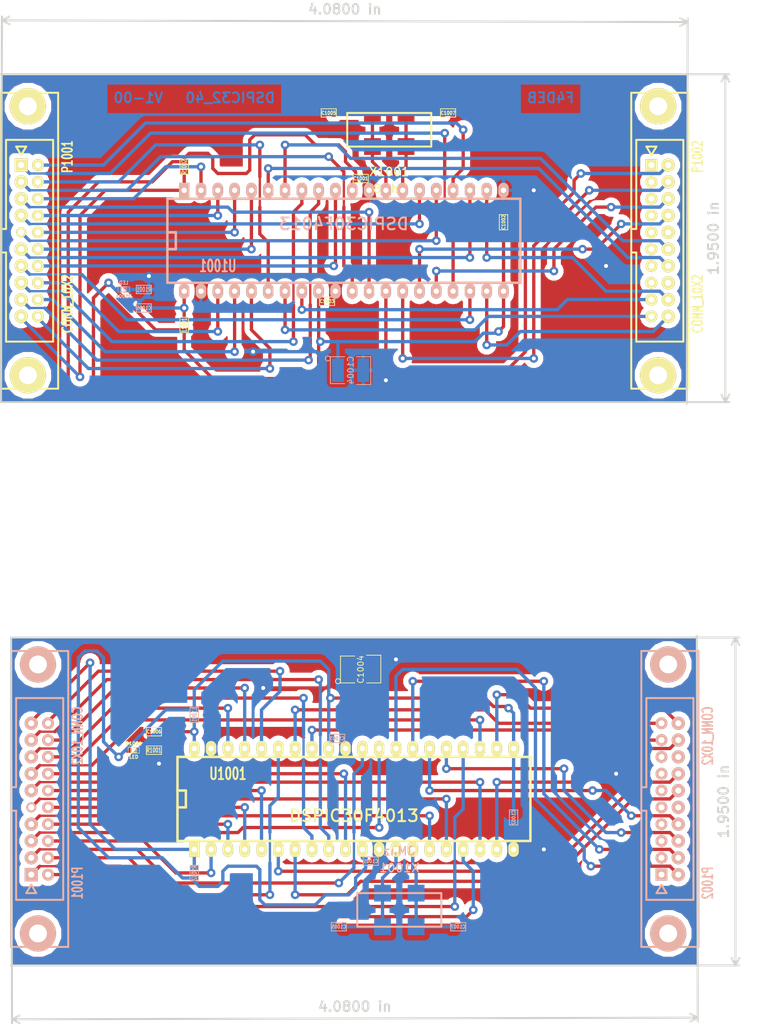
<source format=kicad_pcb>
(kicad_pcb (version 3) (host pcbnew "(2013-07-07 BZR 4022)-stable")
  (title_block (title DSPI32_40) (rev V1-00) (company F4DEB))
  (layers (15 Dessus.Cu signal) (0 Dessous.Cu signal))
  (net 0 "")
  (net 1 +5V)
  (net 2 /ADC1)
  (net 3 /ADC2)
  (net 4 /D0)
  (net 5 /D1)
  (net 6 /D2)
  (net 7 /D3)
  (net 8 /D4)
  (net 9 /D5)
  (net 10 /D6)
  (net 11 /D7)
  (net 12 /DIR1)
  (net 13 /DIR2)
  (net 14 /IO1)
  (net 15 /IO2)
  (net 16 /OE)
  (net 17 /PGC)
  (net 18 /PGD)
  (net 19 /PWM1)
  (net 20 /PWM2)
  (net 21 /RST)
  (net 22 /RSTxy)
  (net 23 /SCL1)
  (net 24 /SDA1)
  (net 25 /SEL1)
  (net 26 /SEL2)
  (net 27 /U1RX)
  (net 28 /U1TX)
  (net 29 /U2RX)
  (net 30 /U2TX)
  (net 31 /X/Y)
  (net 32 GND)
  (net 33 N-0000021)
  (net 34 N-0000044)
  (net 35 N-0000045)
  (net 36 N-0000046)
  (module QTZ (layer Dessus.Cu) (at 220.218 44.704 180)
    (fp_text reference X1001)
    (fp_text value 8Mhz)
    (pad 1 smd rect (at -2.54 -2.54 180) (size 2.54 2.54) (layers Dessus.Cu Dessus.Pate Dessus.Masque) (net 36 N-0000046))
    (pad 2 smd rect (at 2.54 -2.54 180) (size 2.54 2.54) (layers Dessus.Cu Dessus.Pate Dessus.Masque) (net 35 N-0000045))
    (pad 2 smd rect (at 2.54 2.54 180) (size 2.54 2.54) (layers Dessus.Cu Dessus.Pate Dessus.Masque) (net 35 N-0000045))
    (pad 1 smd rect (at -2.54 2.54 180) (size 2.54 2.54) (layers Dessus.Cu Dessus.Pate Dessus.Masque) (net 36 N-0000046))
  )
  (module DIP-40__600_ELL (layer Dessous.Cu) (at 213.36 61.468)
    (fp_text reference U1001)
    (fp_text value DSPIC30F4013)
    (pad 1 thru_hole rect (at -24.13 -7.62) (size 1.5748 2.286) (drill 0.8128) (layers *.Cu *.Mask Dessous.SilkS) (net 21 /RST))
    (pad 2 thru_hole oval (at -21.59 -7.62) (size 1.5748 2.286) (drill 0.8128) (layers *.Cu *.Mask Dessous.SilkS) (net 4 /D0))
    (pad 3 thru_hole oval (at -19.05 -7.62) (size 1.5748 2.286) (drill 0.8128) (layers *.Cu *.Mask Dessous.SilkS) (net 5 /D1))
    (pad 4 thru_hole oval (at -16.51 -7.62) (size 1.5748 2.286) (drill 0.8128) (layers *.Cu *.Mask Dessous.SilkS) (net 6 /D2))
    (pad 5 thru_hole oval (at -13.97 -7.62) (size 1.5748 2.286) (drill 0.8128) (layers *.Cu *.Mask Dessous.SilkS) (net 7 /D3))
    (pad 6 thru_hole oval (at -11.43 -7.62) (size 1.5748 2.286) (drill 0.8128) (layers *.Cu *.Mask Dessous.SilkS) (net 3 /ADC2))
    (pad 7 thru_hole oval (at -8.89 -7.62) (size 1.5748 2.286) (drill 0.8128) (layers *.Cu *.Mask Dessous.SilkS) (net 2 /ADC1))
    (pad 8 thru_hole oval (at -6.35 -7.62) (size 1.5748 2.286) (drill 0.8128) (layers *.Cu *.Mask Dessous.SilkS) (net 17 /PGC))
    (pad 9 thru_hole oval (at -3.81 -7.62) (size 1.5748 2.286) (drill 0.8128) (layers *.Cu *.Mask Dessous.SilkS) (net 18 /PGD))
    (pad 10 thru_hole oval (at -1.27 -7.62) (size 1.5748 2.286) (drill 0.8128) (layers *.Cu *.Mask Dessous.SilkS) (net 8 /D4))
    (pad 11 thru_hole oval (at 1.27 -7.62) (size 1.5748 2.286) (drill 0.8128) (layers *.Cu *.Mask Dessous.SilkS) (net 1 +5V))
    (pad 12 thru_hole oval (at 3.81 -7.62) (size 1.5748 2.286) (drill 0.8128) (layers *.Cu *.Mask Dessous.SilkS) (net 32 GND))
    (pad 13 thru_hole oval (at 6.35 -7.62) (size 1.5748 2.286) (drill 0.8128) (layers *.Cu *.Mask Dessous.SilkS) (net 35 N-0000045))
    (pad 14 thru_hole oval (at 8.89 -7.62) (size 1.5748 2.286) (drill 0.8128) (layers *.Cu *.Mask Dessous.SilkS) (net 36 N-0000046))
    (pad 15 thru_hole oval (at 11.43 -7.62) (size 1.5748 2.286) (drill 0.8128) (layers *.Cu *.Mask Dessous.SilkS) (net 28 /U1TX))
    (pad 16 thru_hole oval (at 13.97 -7.62) (size 1.5748 2.286) (drill 0.8128) (layers *.Cu *.Mask Dessous.SilkS) (net 27 /U1RX))
    (pad 17 thru_hole oval (at 16.51 -7.62) (size 1.5748 2.286) (drill 0.8128) (layers *.Cu *.Mask Dessous.SilkS) (net 31 /X/Y))
    (pad 18 thru_hole oval (at 19.05 -7.62) (size 1.5748 2.286) (drill 0.8128) (layers *.Cu *.Mask Dessous.SilkS) (net 15 /IO2))
    (pad 19 thru_hole oval (at 21.59 -7.62) (size 1.5748 2.286) (drill 0.8128) (layers *.Cu *.Mask Dessous.SilkS) (net 12 /DIR1))
    (pad 20 thru_hole oval (at 24.13 -7.62) (size 1.5748 2.286) (drill 0.8128) (layers *.Cu *.Mask Dessous.SilkS) (net 32 GND))
    (pad 21 thru_hole oval (at 24.13 7.62) (size 1.5748 2.286) (drill 0.8128) (layers *.Cu *.Mask Dessous.SilkS) (net 1 +5V))
    (pad 22 thru_hole oval (at 21.59 7.62) (size 1.5748 2.286) (drill 0.8128) (layers *.Cu *.Mask Dessous.SilkS) (net 19 /PWM1))
    (pad 23 thru_hole oval (at 19.05 7.62) (size 1.5748 2.286) (drill 0.8128) (layers *.Cu *.Mask Dessous.SilkS) (net 14 /IO1))
    (pad 24 thru_hole oval (at 16.51 7.62) (size 1.5748 2.286) (drill 0.8128) (layers *.Cu *.Mask Dessous.SilkS) (net 22 /RSTxy))
    (pad 25 thru_hole oval (at 13.97 7.62) (size 1.5748 2.286) (drill 0.8128) (layers *.Cu *.Mask Dessous.SilkS) (net 23 /SCL1))
    (pad 26 thru_hole oval (at 11.43 7.62) (size 1.5748 2.286) (drill 0.8128) (layers *.Cu *.Mask Dessous.SilkS) (net 24 /SDA1))
    (pad 27 thru_hole oval (at 8.89 7.62) (size 1.5748 2.286) (drill 0.8128) (layers *.Cu *.Mask Dessous.SilkS) (net 30 /U2TX))
    (pad 28 thru_hole oval (at 6.35 7.62) (size 1.5748 2.286) (drill 0.8128) (layers *.Cu *.Mask Dessous.SilkS) (net 29 /U2RX))
    (pad 29 thru_hole oval (at 3.81 7.62) (size 1.5748 2.286) (drill 0.8128) (layers *.Cu *.Mask Dessous.SilkS) (net 26 /SEL2))
    (pad 30 thru_hole oval (at 1.27 7.62) (size 1.5748 2.286) (drill 0.8128) (layers *.Cu *.Mask Dessous.SilkS) (net 25 /SEL1))
    (pad 31 thru_hole oval (at -1.27 7.62) (size 1.5748 2.286) (drill 0.8128) (layers *.Cu *.Mask Dessous.SilkS) (net 32 GND))
    (pad 32 thru_hole oval (at -3.81 7.62) (size 1.5748 2.286) (drill 0.8128) (layers *.Cu *.Mask Dessous.SilkS) (net 1 +5V))
    (pad 33 thru_hole oval (at -6.35 7.62) (size 1.5748 2.286) (drill 0.8128) (layers *.Cu *.Mask Dessous.SilkS) (net 13 /DIR2))
    (pad 34 thru_hole oval (at -8.89 7.62) (size 1.5748 2.286) (drill 0.8128) (layers *.Cu *.Mask Dessous.SilkS) (net 20 /PWM2))
    (pad 35 thru_hole oval (at -11.43 7.62) (size 1.5748 2.286) (drill 0.8128) (layers *.Cu *.Mask Dessous.SilkS) (net 16 /OE))
    (pad 36 thru_hole oval (at -13.97 7.62) (size 1.5748 2.286) (drill 0.8128) (layers *.Cu *.Mask Dessous.SilkS) (net 11 /D7))
    (pad 37 thru_hole oval (at -16.51 7.62) (size 1.5748 2.286) (drill 0.8128) (layers *.Cu *.Mask Dessous.SilkS) (net 10 /D6))
    (pad 38 thru_hole oval (at -19.05 7.62) (size 1.5748 2.286) (drill 0.8128) (layers *.Cu *.Mask Dessous.SilkS) (net 9 /D5))
    (pad 39 thru_hole oval (at -21.59 7.62) (size 1.5748 2.286) (drill 0.8128) (layers *.Cu *.Mask Dessous.SilkS) (net 32 GND))
    (pad 40 thru_hole oval (at -24.13 7.62) (size 1.5748 2.286) (drill 0.8128) (layers *.Cu *.Mask Dessous.SilkS) (net 33 N-0000021))
  )
  (module HE10_20D (layer Dessus.Cu) (at 261.112 61.468 270)
    (fp_text reference P1002)
    (fp_text value CONN_10X2)
    (pad 1 thru_hole rect (at -11.43 1.27 270) (size 1.8 1.8) (drill 0.9144) (layers *.Cu *.Mask Dessus.SilkS))
    (pad 2 thru_hole circle (at -11.43 -1.27 270) (size 2 2) (drill 0.9144) (layers *.Cu *.Mask Dessus.SilkS) (net 29 /U2RX))
    (pad 3 thru_hole circle (at -8.89 1.27 270) (size 1.8 1.8) (drill 0.9144) (layers *.Cu *.Mask Dessus.SilkS))
    (pad 4 thru_hole circle (at -8.89 -1.27 270) (size 2 2) (drill 0.9144) (layers *.Cu *.Mask Dessus.SilkS) (net 30 /U2TX))
    (pad 5 thru_hole circle (at -6.35 1.27 270) (size 1.8 1.8) (drill 0.9144) (layers *.Cu *.Mask Dessus.SilkS))
    (pad 6 thru_hole circle (at -6.35 -1.27 270) (size 2 2) (drill 0.9144) (layers *.Cu *.Mask Dessus.SilkS) (net 23 /SCL1))
    (pad 7 thru_hole circle (at -3.81 1.27 270) (size 1.8 1.8) (drill 0.9144) (layers *.Cu *.Mask Dessus.SilkS))
    (pad 8 thru_hole circle (at -3.81 -1.27 270) (size 2 2) (drill 0.9144) (layers *.Cu *.Mask Dessus.SilkS) (net 24 /SDA1))
    (pad 9 thru_hole circle (at -1.27 1.27 270) (size 1.8 1.8) (drill 0.9144) (layers *.Cu *.Mask Dessus.SilkS))
    (pad 10 thru_hole circle (at -1.27 -1.27 270) (size 2 2) (drill 0.9144) (layers *.Cu *.Mask Dessus.SilkS))
    (pad 11 thru_hole circle (at 1.27 1.27 270) (size 1.8 1.8) (drill 0.9144) (layers *.Cu *.Mask Dessus.SilkS))
    (pad 12 thru_hole circle (at 1.27 -1.27 270) (size 2 2) (drill 0.9144) (layers *.Cu *.Mask Dessus.SilkS) (net 2 /ADC1))
    (pad 13 thru_hole circle (at 3.81 1.27 270) (size 1.8 1.8) (drill 0.9144) (layers *.Cu *.Mask Dessus.SilkS))
    (pad 14 thru_hole circle (at 3.81 -1.27 270) (size 2 2) (drill 0.9144) (layers *.Cu *.Mask Dessus.SilkS) (net 3 /ADC2))
    (pad 15 thru_hole circle (at 6.35 1.27 270) (size 1.8 1.8) (drill 0.9144) (layers *.Cu *.Mask Dessus.SilkS))
    (pad 16 thru_hole circle (at 6.35 -1.27 270) (size 2 2) (drill 0.9144) (layers *.Cu *.Mask Dessus.SilkS))
    (pad 17 thru_hole circle (at 8.89 1.27 270) (size 1.8 1.8) (drill 0.9144) (layers *.Cu *.Mask Dessus.SilkS) (net 13 /DIR2))
    (pad 18 thru_hole circle (at 8.89 -1.27 270) (size 2 2) (drill 0.9144) (layers *.Cu *.Mask Dessus.SilkS) (net 12 /DIR1))
    (pad 19 thru_hole circle (at 11.43 1.27 270) (size 1.8 1.8) (drill 0.9144) (layers *.Cu *.Mask Dessus.SilkS) (net 20 /PWM2))
    (pad 20 thru_hole circle (at 11.43 -1.27 270) (size 2 2) (drill 0.9144) (layers *.Cu *.Mask Dessus.SilkS) (net 19 /PWM1))
    (pad "" thru_hole circle (at -20.32 0.254 270) (size 5.461 5.461) (drill 2.6924) (layers *.Cu *.Mask Dessus.SilkS))
    (pad "" thru_hole circle (at 20.32 0.254 270) (size 5.461 5.461) (drill 2.6924) (layers *.Cu *.Mask Dessus.SilkS))
  )
  (module HE10_20D (layer Dessus.Cu) (at 165.862 61.468 270)
    (fp_text reference P1001)
    (fp_text value CONN_10X2)
    (pad 1 thru_hole rect (at -11.43 1.27 270) (size 2 2) (drill 0.9144) (layers *.Cu *.Mask Dessus.SilkS) (net 22 /RSTxy))
    (pad 2 thru_hole circle (at -11.43 -1.27 270) (size 1.8 1.8) (drill 0.9144) (layers *.Cu *.Mask Dessus.SilkS) (net 31 /X/Y))
    (pad 3 thru_hole circle (at -8.89 1.27 270) (size 2 2) (drill 0.9144) (layers *.Cu *.Mask Dessus.SilkS) (net 25 /SEL1))
    (pad 4 thru_hole circle (at -8.89 -1.27 270) (size 1.8 1.8) (drill 0.9144) (layers *.Cu *.Mask Dessus.SilkS) (net 16 /OE))
    (pad 5 thru_hole circle (at -6.35 1.27 270) (size 2 2) (drill 0.9144) (layers *.Cu *.Mask Dessus.SilkS) (net 26 /SEL2))
    (pad 6 thru_hole circle (at -6.35 -1.27 270) (size 1.8 1.8) (drill 0.9144) (layers *.Cu *.Mask Dessus.SilkS) (net 4 /D0))
    (pad 7 thru_hole circle (at -3.81 1.27 270) (size 2 2) (drill 0.9144) (layers *.Cu *.Mask Dessus.SilkS) (net 28 /U1TX))
    (pad 8 thru_hole circle (at -3.81 -1.27 270) (size 1.8 1.8) (drill 0.9144) (layers *.Cu *.Mask Dessus.SilkS) (net 5 /D1))
    (pad 9 thru_hole circle (at -1.27 1.27 270) (size 1.524 1.524) (drill 0.9144) (layers *.Cu *.Mask Dessus.SilkS) (net 27 /U1RX))
    (pad 10 thru_hole circle (at -1.27 -1.27 270) (size 1.8 1.8) (drill 0.9144) (layers *.Cu *.Mask Dessus.SilkS) (net 6 /D2))
    (pad 11 thru_hole circle (at 1.27 1.27 270) (size 2 2) (drill 0.9144) (layers *.Cu *.Mask Dessus.SilkS) (net 15 /IO2))
    (pad 12 thru_hole circle (at 1.27 -1.27 270) (size 1.8 1.8) (drill 0.9144) (layers *.Cu *.Mask Dessus.SilkS) (net 7 /D3))
    (pad 13 thru_hole circle (at 3.81 1.27 270) (size 2 2) (drill 0.9144) (layers *.Cu *.Mask Dessus.SilkS) (net 14 /IO1))
    (pad 14 thru_hole circle (at 3.81 -1.27 270) (size 1.8 1.8) (drill 0.9144) (layers *.Cu *.Mask Dessus.SilkS) (net 8 /D4))
    (pad 15 thru_hole circle (at 6.35 1.27 270) (size 2 2) (drill 0.9144) (layers *.Cu *.Mask Dessus.SilkS) (net 17 /PGC))
    (pad 16 thru_hole circle (at 6.35 -1.27 270) (size 1.8 1.8) (drill 0.9144) (layers *.Cu *.Mask Dessus.SilkS) (net 9 /D5))
    (pad 17 thru_hole circle (at 8.89 1.27 270) (size 2 2) (drill 0.9144) (layers *.Cu *.Mask Dessus.SilkS) (net 18 /PGD))
    (pad 18 thru_hole circle (at 8.89 -1.27 270) (size 1.8 1.8) (drill 0.9144) (layers *.Cu *.Mask Dessus.SilkS) (net 10 /D6))
    (pad 19 thru_hole circle (at 11.43 1.27 270) (size 2 2) (drill 0.9144) (layers *.Cu *.Mask Dessus.SilkS) (net 21 /RST))
    (pad 20 thru_hole circle (at 11.43 -1.27 270) (size 1.8 1.8) (drill 0.9144) (layers *.Cu *.Mask Dessus.SilkS) (net 11 /D7))
    (pad "" thru_hole circle (at -20.32 0.254 270) (size 5.461 5.461) (drill 2.6924) (layers *.Cu *.Mask Dessus.SilkS))
    (pad "" thru_hole circle (at 20.32 0.254 270) (size 5.461 5.461) (drill 2.6924) (layers *.Cu *.Mask Dessus.SilkS))
  )
  (module LED-0603 (layer Dessous.Cu) (at 180.086 68.834)
    (fp_text reference D1001)
    (fp_text value LED)
    (pad 1 smd rect (at -0.7493 0) (size 0.79756 0.79756) (layers Dessous.Cu Dessous.Pate Dessous.Masque) (net 1 +5V))
    (pad 2 smd rect (at 0.7493 0) (size 0.79756 0.79756) (layers Dessous.Cu Dessous.Pate Dessous.Masque) (net 34 N-0000044))
  )
  (module SM0603 (layer Dessus.Cu) (at 189.23 74.168 90)
    (fp_text reference L1001)
    (fp_text value INDUCTOR hide)
    (pad 1 smd rect (at -0.762 0 90) (size 0.635 1.143) (layers Dessus.Cu Dessus.Pate Dessus.Masque) (net 1 +5V))
    (pad 2 smd rect (at 0.762 0 90) (size 0.635 1.143) (layers Dessus.Cu Dessus.Pate Dessus.Masque) (net 33 N-0000021))
  )
  (module SM0603_Capa (layer Dessous.Cu) (at 183.134 71.628)
    (fp_text reference C1006)
    (fp_text value 100n hide)
    (pad 1 smd rect (at -0.762 0) (size 0.635 1.143) (layers Dessous.Cu Dessous.Pate Dessous.Masque) (net 32 GND))
    (pad 2 smd rect (at 0.762 0) (size 0.635 1.143) (layers Dessous.Cu Dessous.Pate Dessous.Masque) (net 33 N-0000021))
  )
  (module SM0603_Capa (layer Dessus.Cu) (at 215.9 52.07)
    (fp_text reference C1001)
    (fp_text value 100n hide)
    (pad 1 smd rect (at -0.762 0) (size 0.635 1.143) (layers Dessus.Cu Dessus.Pate Dessus.Masque) (net 1 +5V))
    (pad 2 smd rect (at 0.762 0) (size 0.635 1.143) (layers Dessus.Cu Dessus.Pate Dessus.Masque) (net 32 GND))
  )
  (module SM0603_Capa (layer Dessus.Cu) (at 237.49 58.674 90)
    (fp_text reference C1002)
    (fp_text value 100n hide)
    (pad 1 smd rect (at -0.762 0 90) (size 0.635 1.143) (layers Dessus.Cu Dessus.Pate Dessus.Masque) (net 1 +5V))
    (pad 2 smd rect (at 0.762 0 90) (size 0.635 1.143) (layers Dessus.Cu Dessus.Pate Dessus.Masque) (net 32 GND))
  )
  (module SM0603_Capa (layer Dessus.Cu) (at 210.82 70.612)
    (fp_text reference C1003)
    (fp_text value 100n hide)
    (pad 1 smd rect (at -0.762 0) (size 0.635 1.143) (layers Dessus.Cu Dessus.Pate Dessus.Masque) (net 1 +5V))
    (pad 2 smd rect (at 0.762 0) (size 0.635 1.143) (layers Dessus.Cu Dessus.Pate Dessus.Masque) (net 32 GND))
  )
  (module SM0603_Capa (layer Dessus.Cu) (at 229.108 42.164)
    (fp_text reference C1007)
    (fp_text value 22p hide)
    (pad 1 smd rect (at -0.762 0) (size 0.635 1.143) (layers Dessus.Cu Dessus.Pate Dessus.Masque) (net 36 N-0000046))
    (pad 2 smd rect (at 0.762 0) (size 0.635 1.143) (layers Dessus.Cu Dessus.Pate Dessus.Masque) (net 32 GND))
  )
  (module SM0603_Capa (layer Dessus.Cu) (at 211.074 42.164 180)
    (fp_text reference C1005)
    (fp_text value 22p hide)
    (pad 1 smd rect (at -0.762 0 180) (size 0.635 1.143) (layers Dessus.Cu Dessus.Pate Dessus.Masque) (net 35 N-0000045))
    (pad 2 smd rect (at 0.762 0 180) (size 0.635 1.143) (layers Dessus.Cu Dessus.Pate Dessus.Masque) (net 32 GND))
  )
  (module SM0603_Resistor (layer Dessus.Cu) (at 189.23 50.292 270)
    (fp_text reference R1002)
    (fp_text value 10k hide)
    (pad 1 smd rect (at -0.762 0 270) (size 0.635 1.143) (layers Dessus.Cu Dessus.Pate Dessus.Masque) (net 1 +5V))
    (pad 2 smd rect (at 0.762 0 270) (size 0.635 1.143) (layers Dessus.Cu Dessus.Pate Dessus.Masque) (net 21 /RST))
  )
  (module SM0603_Resistor (layer Dessous.Cu) (at 183.134 68.834)
    (fp_text reference R1001)
    (fp_text value 1k hide)
    (pad 1 smd rect (at -0.762 0) (size 0.635 1.143) (layers Dessous.Cu Dessous.Pate Dessous.Masque) (net 34 N-0000044))
    (pad 2 smd rect (at 0.762 0) (size 0.635 1.143) (layers Dessous.Cu Dessous.Pate Dessous.Masque) (net 32 GND))
  )
  (module SM1812E (layer Dessous.Cu) (at 214.376 81.026)
    (fp_text reference C1004)
    (fp_text value 10u/10V hide)
    (pad 1 smd rect (at -1.905 0) (size 1.778 3.556) (layers Dessous.Cu Dessous.Pate Dessous.Masque) (net 1 +5V))
    (pad 2 smd rect (at 1.905 0) (size 1.778 3.556) (layers Dessous.Cu Dessous.Pate Dessous.Masque) (net 32 GND))
  )
  (module SM1812E (layer Dessus.Cu) (at 215.9 126.238)
    (fp_text reference C1004)
    (fp_text value 10u/10V hide)
    (pad 1 smd rect (at -1.905 0) (size 1.778 3.556) (layers Dessus.Cu Dessus.Pate Dessus.Masque) (net 1 +5V))
    (pad 2 smd rect (at 1.905 0) (size 1.778 3.556) (layers Dessus.Cu Dessus.Pate Dessus.Masque) (net 32 GND))
  )
  (module SM0603_Resistor (layer Dessus.Cu) (at 184.658 138.43)
    (fp_text reference R1001)
    (fp_text value 1k hide)
    (pad 1 smd rect (at -0.762 0) (size 0.635 1.143) (layers Dessus.Cu Dessus.Pate Dessus.Masque) (net 34 N-0000044))
    (pad 2 smd rect (at 0.762 0) (size 0.635 1.143) (layers Dessus.Cu Dessus.Pate Dessus.Masque) (net 32 GND))
  )
  (module SM0603_Resistor (layer Dessous.Cu) (at 190.754 156.972 90)
    (fp_text reference R1002)
    (fp_text value 10k hide)
    (pad 1 smd rect (at -0.762 0 90) (size 0.635 1.143) (layers Dessous.Cu Dessous.Pate Dessous.Masque) (net 1 +5V))
    (pad 2 smd rect (at 0.762 0 90) (size 0.635 1.143) (layers Dessous.Cu Dessous.Pate Dessous.Masque) (net 21 /RST))
  )
  (module SM0603_Capa (layer Dessous.Cu) (at 212.598 165.1 180)
    (fp_text reference C1005)
    (fp_text value 22p hide)
    (pad 1 smd rect (at -0.762 0 180) (size 0.635 1.143) (layers Dessous.Cu Dessous.Pate Dessous.Masque) (net 35 N-0000045))
    (pad 2 smd rect (at 0.762 0 180) (size 0.635 1.143) (layers Dessous.Cu Dessous.Pate Dessous.Masque) (net 32 GND))
  )
  (module SM0603_Capa (layer Dessous.Cu) (at 230.632 165.1)
    (fp_text reference C1007)
    (fp_text value 22p hide)
    (pad 1 smd rect (at -0.762 0) (size 0.635 1.143) (layers Dessous.Cu Dessous.Pate Dessous.Masque) (net 36 N-0000046))
    (pad 2 smd rect (at 0.762 0) (size 0.635 1.143) (layers Dessous.Cu Dessous.Pate Dessous.Masque) (net 32 GND))
  )
  (module SM0603_Capa (layer Dessous.Cu) (at 212.344 136.652)
    (fp_text reference C1003)
    (fp_text value 100n hide)
    (pad 1 smd rect (at -0.762 0) (size 0.635 1.143) (layers Dessous.Cu Dessous.Pate Dessous.Masque) (net 1 +5V))
    (pad 2 smd rect (at 0.762 0) (size 0.635 1.143) (layers Dessous.Cu Dessous.Pate Dessous.Masque) (net 32 GND))
  )
  (module SM0603_Capa (layer Dessous.Cu) (at 239.014 148.59 270)
    (fp_text reference C1002)
    (fp_text value 100n hide)
    (pad 1 smd rect (at -0.762 0 270) (size 0.635 1.143) (layers Dessous.Cu Dessous.Pate Dessous.Masque) (net 1 +5V))
    (pad 2 smd rect (at 0.762 0 270) (size 0.635 1.143) (layers Dessous.Cu Dessous.Pate Dessous.Masque) (net 32 GND))
  )
  (module SM0603_Capa (layer Dessous.Cu) (at 217.424 155.194)
    (fp_text reference C1001)
    (fp_text value 100n hide)
    (pad 1 smd rect (at -0.762 0) (size 0.635 1.143) (layers Dessous.Cu Dessous.Pate Dessous.Masque) (net 1 +5V))
    (pad 2 smd rect (at 0.762 0) (size 0.635 1.143) (layers Dessous.Cu Dessous.Pate Dessous.Masque) (net 32 GND))
  )
  (module SM0603_Capa (layer Dessus.Cu) (at 184.658 135.636)
    (fp_text reference C1006)
    (fp_text value 100n hide)
    (pad 1 smd rect (at -0.762 0) (size 0.635 1.143) (layers Dessus.Cu Dessus.Pate Dessus.Masque) (net 32 GND))
    (pad 2 smd rect (at 0.762 0) (size 0.635 1.143) (layers Dessus.Cu Dessus.Pate Dessus.Masque) (net 33 N-0000021))
  )
  (module SM0603 (layer Dessous.Cu) (at 190.754 133.096 270)
    (fp_text reference L1001)
    (fp_text value INDUCTOR hide)
    (pad 1 smd rect (at -0.762 0 270) (size 0.635 1.143) (layers Dessous.Cu Dessous.Pate Dessous.Masque) (net 1 +5V))
    (pad 2 smd rect (at 0.762 0 270) (size 0.635 1.143) (layers Dessous.Cu Dessous.Pate Dessous.Masque) (net 33 N-0000021))
  )
  (module LED-0603 (layer Dessus.Cu) (at 181.61 138.43)
    (fp_text reference D1001)
    (fp_text value LED)
    (pad 1 smd rect (at -0.7493 0) (size 0.79756 0.79756) (layers Dessus.Cu Dessus.Pate Dessus.Masque) (net 1 +5V))
    (pad 2 smd rect (at 0.7493 0) (size 0.79756 0.79756) (layers Dessus.Cu Dessus.Pate Dessus.Masque) (net 34 N-0000044))
  )
  (module HE10_20D (layer Dessous.Cu) (at 167.386 145.796 90)
    (fp_text reference P1001)
    (fp_text value CONN_10X2)
    (pad 1 thru_hole rect (at -11.43 -1.27 90) (size 2 2) (drill 0.9144) (layers *.Cu *.Mask Dessous.SilkS) (net 22 /RSTxy))
    (pad 2 thru_hole circle (at -11.43 1.27 90) (size 1.8 1.8) (drill 0.9144) (layers *.Cu *.Mask Dessous.SilkS) (net 31 /X/Y))
    (pad 3 thru_hole circle (at -8.89 -1.27 90) (size 2 2) (drill 0.9144) (layers *.Cu *.Mask Dessous.SilkS) (net 25 /SEL1))
    (pad 4 thru_hole circle (at -8.89 1.27 90) (size 1.8 1.8) (drill 0.9144) (layers *.Cu *.Mask Dessous.SilkS) (net 16 /OE))
    (pad 5 thru_hole circle (at -6.35 -1.27 90) (size 2 2) (drill 0.9144) (layers *.Cu *.Mask Dessous.SilkS) (net 26 /SEL2))
    (pad 6 thru_hole circle (at -6.35 1.27 90) (size 1.8 1.8) (drill 0.9144) (layers *.Cu *.Mask Dessous.SilkS) (net 4 /D0))
    (pad 7 thru_hole circle (at -3.81 -1.27 90) (size 2 2) (drill 0.9144) (layers *.Cu *.Mask Dessous.SilkS) (net 28 /U1TX))
    (pad 8 thru_hole circle (at -3.81 1.27 90) (size 1.8 1.8) (drill 0.9144) (layers *.Cu *.Mask Dessous.SilkS) (net 5 /D1))
    (pad 9 thru_hole circle (at -1.27 -1.27 90) (size 1.524 1.524) (drill 0.9144) (layers *.Cu *.Mask Dessous.SilkS) (net 27 /U1RX))
    (pad 10 thru_hole circle (at -1.27 1.27 90) (size 1.8 1.8) (drill 0.9144) (layers *.Cu *.Mask Dessous.SilkS) (net 6 /D2))
    (pad 11 thru_hole circle (at 1.27 -1.27 90) (size 2 2) (drill 0.9144) (layers *.Cu *.Mask Dessous.SilkS) (net 15 /IO2))
    (pad 12 thru_hole circle (at 1.27 1.27 90) (size 1.8 1.8) (drill 0.9144) (layers *.Cu *.Mask Dessous.SilkS) (net 7 /D3))
    (pad 13 thru_hole circle (at 3.81 -1.27 90) (size 2 2) (drill 0.9144) (layers *.Cu *.Mask Dessous.SilkS) (net 14 /IO1))
    (pad 14 thru_hole circle (at 3.81 1.27 90) (size 1.8 1.8) (drill 0.9144) (layers *.Cu *.Mask Dessous.SilkS) (net 8 /D4))
    (pad 15 thru_hole circle (at 6.35 -1.27 90) (size 2 2) (drill 0.9144) (layers *.Cu *.Mask Dessous.SilkS) (net 17 /PGC))
    (pad 16 thru_hole circle (at 6.35 1.27 90) (size 1.8 1.8) (drill 0.9144) (layers *.Cu *.Mask Dessous.SilkS) (net 9 /D5))
    (pad 17 thru_hole circle (at 8.89 -1.27 90) (size 2 2) (drill 0.9144) (layers *.Cu *.Mask Dessous.SilkS) (net 18 /PGD))
    (pad 18 thru_hole circle (at 8.89 1.27 90) (size 1.8 1.8) (drill 0.9144) (layers *.Cu *.Mask Dessous.SilkS) (net 10 /D6))
    (pad 19 thru_hole circle (at 11.43 -1.27 90) (size 2 2) (drill 0.9144) (layers *.Cu *.Mask Dessous.SilkS) (net 21 /RST))
    (pad 20 thru_hole circle (at 11.43 1.27 90) (size 1.8 1.8) (drill 0.9144) (layers *.Cu *.Mask Dessous.SilkS) (net 11 /D7))
    (pad "" thru_hole circle (at -20.32 -0.254 90) (size 5.461 5.461) (drill 2.6924) (layers *.Cu *.Mask Dessous.SilkS))
    (pad "" thru_hole circle (at 20.32 -0.254 90) (size 5.461 5.461) (drill 2.6924) (layers *.Cu *.Mask Dessous.SilkS))
  )
  (module HE10_20D (layer Dessous.Cu) (at 262.636 145.796 90)
    (fp_text reference P1002)
    (fp_text value CONN_10X2)
    (pad 1 thru_hole rect (at -11.43 -1.27 90) (size 1.8 1.8) (drill 0.9144) (layers *.Cu *.Mask Dessous.SilkS))
    (pad 2 thru_hole circle (at -11.43 1.27 90) (size 2 2) (drill 0.9144) (layers *.Cu *.Mask Dessous.SilkS) (net 29 /U2RX))
    (pad 3 thru_hole circle (at -8.89 -1.27 90) (size 1.8 1.8) (drill 0.9144) (layers *.Cu *.Mask Dessous.SilkS))
    (pad 4 thru_hole circle (at -8.89 1.27 90) (size 2 2) (drill 0.9144) (layers *.Cu *.Mask Dessous.SilkS) (net 30 /U2TX))
    (pad 5 thru_hole circle (at -6.35 -1.27 90) (size 1.8 1.8) (drill 0.9144) (layers *.Cu *.Mask Dessous.SilkS))
    (pad 6 thru_hole circle (at -6.35 1.27 90) (size 2 2) (drill 0.9144) (layers *.Cu *.Mask Dessous.SilkS) (net 23 /SCL1))
    (pad 7 thru_hole circle (at -3.81 -1.27 90) (size 1.8 1.8) (drill 0.9144) (layers *.Cu *.Mask Dessous.SilkS))
    (pad 8 thru_hole circle (at -3.81 1.27 90) (size 2 2) (drill 0.9144) (layers *.Cu *.Mask Dessous.SilkS) (net 24 /SDA1))
    (pad 9 thru_hole circle (at -1.27 -1.27 90) (size 1.8 1.8) (drill 0.9144) (layers *.Cu *.Mask Dessous.SilkS))
    (pad 10 thru_hole circle (at -1.27 1.27 90) (size 2 2) (drill 0.9144) (layers *.Cu *.Mask Dessous.SilkS))
    (pad 11 thru_hole circle (at 1.27 -1.27 90) (size 1.8 1.8) (drill 0.9144) (layers *.Cu *.Mask Dessous.SilkS))
    (pad 12 thru_hole circle (at 1.27 1.27 90) (size 2 2) (drill 0.9144) (layers *.Cu *.Mask Dessous.SilkS) (net 2 /ADC1))
    (pad 13 thru_hole circle (at 3.81 -1.27 90) (size 1.8 1.8) (drill 0.9144) (layers *.Cu *.Mask Dessous.SilkS))
    (pad 14 thru_hole circle (at 3.81 1.27 90) (size 2 2) (drill 0.9144) (layers *.Cu *.Mask Dessous.SilkS) (net 3 /ADC2))
    (pad 15 thru_hole circle (at 6.35 -1.27 90) (size 1.8 1.8) (drill 0.9144) (layers *.Cu *.Mask Dessous.SilkS))
    (pad 16 thru_hole circle (at 6.35 1.27 90) (size 2 2) (drill 0.9144) (layers *.Cu *.Mask Dessous.SilkS))
    (pad 17 thru_hole circle (at 8.89 -1.27 90) (size 1.8 1.8) (drill 0.9144) (layers *.Cu *.Mask Dessous.SilkS) (net 13 /DIR2))
    (pad 18 thru_hole circle (at 8.89 1.27 90) (size 2 2) (drill 0.9144) (layers *.Cu *.Mask Dessous.SilkS) (net 12 /DIR1))
    (pad 19 thru_hole circle (at 11.43 -1.27 90) (size 1.8 1.8) (drill 0.9144) (layers *.Cu *.Mask Dessous.SilkS) (net 20 /PWM2))
    (pad 20 thru_hole circle (at 11.43 1.27 90) (size 2 2) (drill 0.9144) (layers *.Cu *.Mask Dessous.SilkS) (net 19 /PWM1))
    (pad "" thru_hole circle (at -20.32 -0.254 90) (size 5.461 5.461) (drill 2.6924) (layers *.Cu *.Mask Dessous.SilkS))
    (pad "" thru_hole circle (at 20.32 -0.254 90) (size 5.461 5.461) (drill 2.6924) (layers *.Cu *.Mask Dessous.SilkS))
  )
  (module DIP-40__600_ELL (layer Dessus.Cu) (at 214.884 145.796)
    (fp_text reference U1001)
    (fp_text value DSPIC30F4013)
    (pad 1 thru_hole rect (at -24.13 7.62) (size 1.5748 2.286) (drill 0.8128) (layers *.Cu *.Mask Dessus.SilkS) (net 21 /RST))
    (pad 2 thru_hole oval (at -21.59 7.62) (size 1.5748 2.286) (drill 0.8128) (layers *.Cu *.Mask Dessus.SilkS) (net 4 /D0))
    (pad 3 thru_hole oval (at -19.05 7.62) (size 1.5748 2.286) (drill 0.8128) (layers *.Cu *.Mask Dessus.SilkS) (net 5 /D1))
    (pad 4 thru_hole oval (at -16.51 7.62) (size 1.5748 2.286) (drill 0.8128) (layers *.Cu *.Mask Dessus.SilkS) (net 6 /D2))
    (pad 5 thru_hole oval (at -13.97 7.62) (size 1.5748 2.286) (drill 0.8128) (layers *.Cu *.Mask Dessus.SilkS) (net 7 /D3))
    (pad 6 thru_hole oval (at -11.43 7.62) (size 1.5748 2.286) (drill 0.8128) (layers *.Cu *.Mask Dessus.SilkS) (net 3 /ADC2))
    (pad 7 thru_hole oval (at -8.89 7.62) (size 1.5748 2.286) (drill 0.8128) (layers *.Cu *.Mask Dessus.SilkS) (net 2 /ADC1))
    (pad 8 thru_hole oval (at -6.35 7.62) (size 1.5748 2.286) (drill 0.8128) (layers *.Cu *.Mask Dessus.SilkS) (net 17 /PGC))
    (pad 9 thru_hole oval (at -3.81 7.62) (size 1.5748 2.286) (drill 0.8128) (layers *.Cu *.Mask Dessus.SilkS) (net 18 /PGD))
    (pad 10 thru_hole oval (at -1.27 7.62) (size 1.5748 2.286) (drill 0.8128) (layers *.Cu *.Mask Dessus.SilkS) (net 8 /D4))
    (pad 11 thru_hole oval (at 1.27 7.62) (size 1.5748 2.286) (drill 0.8128) (layers *.Cu *.Mask Dessus.SilkS) (net 1 +5V))
    (pad 12 thru_hole oval (at 3.81 7.62) (size 1.5748 2.286) (drill 0.8128) (layers *.Cu *.Mask Dessus.SilkS) (net 32 GND))
    (pad 13 thru_hole oval (at 6.35 7.62) (size 1.5748 2.286) (drill 0.8128) (layers *.Cu *.Mask Dessus.SilkS) (net 35 N-0000045))
    (pad 14 thru_hole oval (at 8.89 7.62) (size 1.5748 2.286) (drill 0.8128) (layers *.Cu *.Mask Dessus.SilkS) (net 36 N-0000046))
    (pad 15 thru_hole oval (at 11.43 7.62) (size 1.5748 2.286) (drill 0.8128) (layers *.Cu *.Mask Dessus.SilkS) (net 28 /U1TX))
    (pad 16 thru_hole oval (at 13.97 7.62) (size 1.5748 2.286) (drill 0.8128) (layers *.Cu *.Mask Dessus.SilkS) (net 27 /U1RX))
    (pad 17 thru_hole oval (at 16.51 7.62) (size 1.5748 2.286) (drill 0.8128) (layers *.Cu *.Mask Dessus.SilkS) (net 31 /X/Y))
    (pad 18 thru_hole oval (at 19.05 7.62) (size 1.5748 2.286) (drill 0.8128) (layers *.Cu *.Mask Dessus.SilkS) (net 15 /IO2))
    (pad 19 thru_hole oval (at 21.59 7.62) (size 1.5748 2.286) (drill 0.8128) (layers *.Cu *.Mask Dessus.SilkS) (net 12 /DIR1))
    (pad 20 thru_hole oval (at 24.13 7.62) (size 1.5748 2.286) (drill 0.8128) (layers *.Cu *.Mask Dessus.SilkS) (net 32 GND))
    (pad 21 thru_hole oval (at 24.13 -7.62) (size 1.5748 2.286) (drill 0.8128) (layers *.Cu *.Mask Dessus.SilkS) (net 1 +5V))
    (pad 22 thru_hole oval (at 21.59 -7.62) (size 1.5748 2.286) (drill 0.8128) (layers *.Cu *.Mask Dessus.SilkS) (net 19 /PWM1))
    (pad 23 thru_hole oval (at 19.05 -7.62) (size 1.5748 2.286) (drill 0.8128) (layers *.Cu *.Mask Dessus.SilkS) (net 14 /IO1))
    (pad 24 thru_hole oval (at 16.51 -7.62) (size 1.5748 2.286) (drill 0.8128) (layers *.Cu *.Mask Dessus.SilkS) (net 22 /RSTxy))
    (pad 25 thru_hole oval (at 13.97 -7.62) (size 1.5748 2.286) (drill 0.8128) (layers *.Cu *.Mask Dessus.SilkS) (net 23 /SCL1))
    (pad 26 thru_hole oval (at 11.43 -7.62) (size 1.5748 2.286) (drill 0.8128) (layers *.Cu *.Mask Dessus.SilkS) (net 24 /SDA1))
    (pad 27 thru_hole oval (at 8.89 -7.62) (size 1.5748 2.286) (drill 0.8128) (layers *.Cu *.Mask Dessus.SilkS) (net 30 /U2TX))
    (pad 28 thru_hole oval (at 6.35 -7.62) (size 1.5748 2.286) (drill 0.8128) (layers *.Cu *.Mask Dessus.SilkS) (net 29 /U2RX))
    (pad 29 thru_hole oval (at 3.81 -7.62) (size 1.5748 2.286) (drill 0.8128) (layers *.Cu *.Mask Dessus.SilkS) (net 26 /SEL2))
    (pad 30 thru_hole oval (at 1.27 -7.62) (size 1.5748 2.286) (drill 0.8128) (layers *.Cu *.Mask Dessus.SilkS) (net 25 /SEL1))
    (pad 31 thru_hole oval (at -1.27 -7.62) (size 1.5748 2.286) (drill 0.8128) (layers *.Cu *.Mask Dessus.SilkS) (net 32 GND))
    (pad 32 thru_hole oval (at -3.81 -7.62) (size 1.5748 2.286) (drill 0.8128) (layers *.Cu *.Mask Dessus.SilkS) (net 1 +5V))
    (pad 33 thru_hole oval (at -6.35 -7.62) (size 1.5748 2.286) (drill 0.8128) (layers *.Cu *.Mask Dessus.SilkS) (net 13 /DIR2))
    (pad 34 thru_hole oval (at -8.89 -7.62) (size 1.5748 2.286) (drill 0.8128) (layers *.Cu *.Mask Dessus.SilkS) (net 20 /PWM2))
    (pad 35 thru_hole oval (at -11.43 -7.62) (size 1.5748 2.286) (drill 0.8128) (layers *.Cu *.Mask Dessus.SilkS) (net 16 /OE))
    (pad 36 thru_hole oval (at -13.97 -7.62) (size 1.5748 2.286) (drill 0.8128) (layers *.Cu *.Mask Dessus.SilkS) (net 11 /D7))
    (pad 37 thru_hole oval (at -16.51 -7.62) (size 1.5748 2.286) (drill 0.8128) (layers *.Cu *.Mask Dessus.SilkS) (net 10 /D6))
    (pad 38 thru_hole oval (at -19.05 -7.62) (size 1.5748 2.286) (drill 0.8128) (layers *.Cu *.Mask Dessus.SilkS) (net 9 /D5))
    (pad 39 thru_hole oval (at -21.59 -7.62) (size 1.5748 2.286) (drill 0.8128) (layers *.Cu *.Mask Dessus.SilkS) (net 32 GND))
    (pad 40 thru_hole oval (at -24.13 -7.62) (size 1.5748 2.286) (drill 0.8128) (layers *.Cu *.Mask Dessus.SilkS) (net 33 N-0000021))
  )
  (module QTZ (layer Dessous.Cu) (at 221.742 162.56 180)
    (fp_text reference X1001)
    (fp_text value 8Mhz)
    (pad 1 smd rect (at -2.54 2.54 180) (size 2.54 2.54) (layers Dessous.Cu Dessous.Pate Dessous.Masque) (net 36 N-0000046))
    (pad 2 smd rect (at 2.54 2.54 180) (size 2.54 2.54) (layers Dessous.Cu Dessous.Pate Dessous.Masque) (net 35 N-0000045))
    (pad 2 smd rect (at 2.54 -2.54 180) (size 2.54 2.54) (layers Dessous.Cu Dessous.Pate Dessous.Masque) (net 35 N-0000045))
    (pad 1 smd rect (at -2.54 -2.54 180) (size 2.54 2.54) (layers Dessous.Cu Dessous.Pate Dessous.Masque) (net 36 N-0000046))
  )
  (gr_text "DSPIC32_40   V1-00" (at 190.754 39.878) (layer Dessous.Cu) (effects (font (size 1.5 1.5) (thickness 0.3)) (justify mirror)))
  (gr_text F4DEB (at 244.602 39.878) (layer Dessous.Cu) (effects (font (size 1.5 1.5) (thickness 0.3)) (justify mirror)))
  (gr_text F4DEB (at 246.126 167.386) (layer Dessus.Cu) (effects (font (size 1.5 1.5) (thickness 0.3))))
  (gr_text "DSPIC32_40   V1-00" (at 192.278 167.386) (layer Dessus.Cu) (effects (font (size 1.5 1.5) (thickness 0.3))))
  (segment (start 237.49 59.436) (end 237.49 69.088) (width 0.5) (layer Dessus.Cu) (net 1))
  (segment (start 207.01 82.296) (end 208.28 82.296) (width 0.5) (layer Dessus.Cu) (net 1))
  (segment (start 208.28 82.296) (end 209.55 81.026) (width 0.5) (layer Dessus.Cu) (net 1))
  (segment (start 209.55 76.708) (end 209.55 69.088) (width 0.5) (layer Dessus.Cu) (net 1))
  (segment (start 209.55 81.026) (end 209.55 76.708) (width 0.5) (layer Dessus.Cu) (net 1))
  (segment (start 209.55 70.104) (end 210.058 70.612) (width 0.5) (layer Dessus.Cu) (net 1))
  (segment (start 209.55 69.088) (end 209.55 70.104) (width 0.5) (layer Dessus.Cu) (net 1))
  (via (at 177.8 67.818) (size 1.3) (layers Dessus.Cu Dessous.Cu) (net 1))
  (segment (start 178.816 68.834) (end 177.8 67.818) (width 0.5) (layer Dessous.Cu) (net 1))
  (segment (start 179.3367 68.834) (end 178.816 68.834) (width 0.5) (layer Dessous.Cu) (net 1))
  (segment (start 214.63 52.578) (end 215.138 52.07) (width 0.5) (layer Dessus.Cu) (net 1))
  (segment (start 214.63 53.848) (end 214.63 52.578) (width 0.5) (layer Dessus.Cu) (net 1))
  (segment (start 184.912 74.93) (end 177.8 67.818) (width 0.5) (layer Dessus.Cu) (net 1))
  (segment (start 189.23 74.93) (end 184.912 74.93) (width 0.5) (layer Dessus.Cu) (net 1))
  (via (at 209.804 76.708) (size 1.3) (layers Dessus.Cu Dessous.Cu) (net 1))
  (segment (start 212.344 76.708) (end 233.172 76.708) (width 0.5) (layer Dessous.Cu) (net 1))
  (segment (start 209.804 76.708) (end 212.344 76.708) (width 0.5) (layer Dessous.Cu) (net 1))
  (segment (start 233.172 76.708) (end 232.918 76.708) (width 0.5) (layer Dessous.Cu) (net 1))
  (segment (start 209.55 76.708) (end 209.804 76.708) (width 0.5) (layer Dessus.Cu) (net 1))
  (segment (start 237.49 73.66) (end 237.49 69.088) (width 0.5) (layer Dessus.Cu) (net 1))
  (segment (start 233.172 76.708) (end 233.426 76.454) (width 0.5) (layer Dessous.Cu) (net 1))
  (segment (start 212.471 76.708) (end 212.344 76.708) (width 0.5) (layer Dessous.Cu) (net 1))
  (segment (start 212.471 81.026) (end 212.471 76.708) (width 0.5) (layer Dessous.Cu) (net 1))
  (segment (start 207.518 45.466) (end 199.898 45.466) (width 0.5) (layer Dessus.Cu) (net 1))
  (segment (start 209.042 46.99) (end 207.518 45.466) (width 0.5) (layer Dessus.Cu) (net 1))
  (segment (start 212.598 46.99) (end 209.042 46.99) (width 0.5) (layer Dessus.Cu) (net 1))
  (segment (start 213.614 48.006) (end 212.598 46.99) (width 0.5) (layer Dessus.Cu) (net 1))
  (segment (start 213.614 49.53) (end 213.614 48.006) (width 0.5) (layer Dessus.Cu) (net 1))
  (segment (start 215.138 51.054) (end 213.614 49.53) (width 0.5) (layer Dessus.Cu) (net 1))
  (segment (start 215.138 52.07) (end 215.138 51.054) (width 0.5) (layer Dessus.Cu) (net 1))
  (segment (start 176.276 52.578) (end 174.498 54.356) (width 0.5) (layer Dessus.Cu) (net 1))
  (segment (start 184.404 52.578) (end 176.276 52.578) (width 0.5) (layer Dessus.Cu) (net 1))
  (segment (start 187.452 49.53) (end 184.404 52.578) (width 0.5) (layer Dessus.Cu) (net 1))
  (segment (start 174.498 83.82) (end 174.752 83.566) (width 0.5) (layer Dessus.Cu) (net 1))
  (segment (start 172.72 83.82) (end 174.498 83.82) (width 0.5) (layer Dessus.Cu) (net 1))
  (segment (start 171.704 82.804) (end 172.72 83.82) (width 0.5) (layer Dessus.Cu) (net 1))
  (segment (start 171.704 57.15) (end 171.704 82.804) (width 0.5) (layer Dessus.Cu) (net 1))
  (segment (start 174.498 54.356) (end 171.704 57.15) (width 0.5) (layer Dessus.Cu) (net 1))
  (segment (start 189.23 49.53) (end 187.452 49.53) (width 0.5) (layer Dessus.Cu) (net 1))
  (segment (start 199.136 46.736) (end 199.136 46.228) (width 0.5) (layer Dessus.Cu) (net 1))
  (segment (start 199.136 46.228) (end 199.898 45.466) (width 0.5) (layer Dessus.Cu) (net 1))
  (segment (start 189.23 77.978) (end 193.548 82.296) (width 0.5) (layer Dessus.Cu) (net 1))
  (segment (start 193.548 82.296) (end 207.01 82.296) (width 0.5) (layer Dessus.Cu) (net 1))
  (segment (start 189.23 74.93) (end 189.23 77.978) (width 0.5) (layer Dessus.Cu) (net 1))
  (segment (start 175.514 70.104) (end 175.514 82.804) (width 0.5) (layer Dessus.Cu) (net 1))
  (segment (start 175.514 82.804) (end 174.752 83.566) (width 0.5) (layer Dessus.Cu) (net 1))
  (segment (start 177.8 67.818) (end 175.514 70.104) (width 0.5) (layer Dessus.Cu) (net 1))
  (segment (start 189.23 49.022) (end 189.992 48.26) (width 0.5) (layer Dessus.Cu) (net 1))
  (segment (start 189.992 48.26) (end 192.786 48.26) (width 0.5) (layer Dessus.Cu) (net 1))
  (segment (start 192.786 48.26) (end 193.548 49.022) (width 0.5) (layer Dessus.Cu) (net 1))
  (segment (start 193.548 49.022) (end 193.548 50.546) (width 0.5) (layer Dessus.Cu) (net 1))
  (segment (start 193.548 50.546) (end 194.31 51.308) (width 0.5) (layer Dessus.Cu) (net 1))
  (segment (start 194.31 51.308) (end 198.628 51.308) (width 0.5) (layer Dessus.Cu) (net 1))
  (segment (start 198.628 51.308) (end 199.136 50.8) (width 0.5) (layer Dessus.Cu) (net 1))
  (segment (start 199.136 50.8) (end 199.136 46.736) (width 0.5) (layer Dessus.Cu) (net 1))
  (segment (start 189.23 49.53) (end 189.23 49.022) (width 0.5) (layer Dessus.Cu) (net 1))
  (segment (start 237.49 74.422) (end 236.728 75.184) (width 0.5) (layer Dessus.Cu) (net 1))
  (via (at 236.728 75.184) (size 1.3) (layers Dessus.Cu Dessous.Cu) (net 1))
  (segment (start 236.728 75.184) (end 236.474 75.438) (width 0.5) (layer Dessous.Cu) (net 1))
  (segment (start 236.474 75.438) (end 234.442 75.438) (width 0.5) (layer Dessous.Cu) (net 1))
  (segment (start 234.442 75.438) (end 233.426 76.454) (width 0.5) (layer Dessous.Cu) (net 1))
  (segment (start 237.49 73.66) (end 237.49 74.422) (width 0.5) (layer Dessus.Cu) (net 1))
  (segment (start 239.014 133.604) (end 239.014 132.842) (width 0.5) (layer Dessous.Cu) (net 1))
  (segment (start 235.966 131.826) (end 234.95 130.81) (width 0.5) (layer Dessus.Cu) (net 1))
  (segment (start 237.998 131.826) (end 235.966 131.826) (width 0.5) (layer Dessus.Cu) (net 1))
  (segment (start 238.252 132.08) (end 237.998 131.826) (width 0.5) (layer Dessus.Cu) (net 1))
  (via (at 238.252 132.08) (size 1.3) (layers Dessus.Cu Dessous.Cu) (net 1))
  (segment (start 239.014 132.842) (end 238.252 132.08) (width 0.5) (layer Dessous.Cu) (net 1))
  (segment (start 190.754 157.734) (end 190.754 158.242) (width 0.5) (layer Dessous.Cu) (net 1))
  (segment (start 200.66 156.464) (end 200.66 160.528) (width 0.5) (layer Dessous.Cu) (net 1))
  (segment (start 200.152 155.956) (end 200.66 156.464) (width 0.5) (layer Dessous.Cu) (net 1))
  (segment (start 195.834 155.956) (end 200.152 155.956) (width 0.5) (layer Dessous.Cu) (net 1))
  (segment (start 195.072 156.718) (end 195.834 155.956) (width 0.5) (layer Dessous.Cu) (net 1))
  (segment (start 195.072 158.242) (end 195.072 156.718) (width 0.5) (layer Dessous.Cu) (net 1))
  (segment (start 194.31 159.004) (end 195.072 158.242) (width 0.5) (layer Dessous.Cu) (net 1))
  (segment (start 191.516 159.004) (end 194.31 159.004) (width 0.5) (layer Dessous.Cu) (net 1))
  (segment (start 190.754 158.242) (end 191.516 159.004) (width 0.5) (layer Dessous.Cu) (net 1))
  (segment (start 179.324 139.446) (end 177.038 137.16) (width 0.5) (layer Dessous.Cu) (net 1))
  (segment (start 177.038 124.46) (end 176.276 123.698) (width 0.5) (layer Dessous.Cu) (net 1))
  (segment (start 177.038 137.16) (end 177.038 124.46) (width 0.5) (layer Dessous.Cu) (net 1))
  (segment (start 190.754 132.334) (end 190.754 129.286) (width 0.5) (layer Dessous.Cu) (net 1))
  (segment (start 195.072 124.968) (end 208.534 124.968) (width 0.5) (layer Dessous.Cu) (net 1))
  (segment (start 190.754 129.286) (end 195.072 124.968) (width 0.5) (layer Dessous.Cu) (net 1))
  (segment (start 200.66 161.036) (end 201.422 161.798) (width 0.5) (layer Dessous.Cu) (net 1))
  (segment (start 200.66 160.528) (end 200.66 161.036) (width 0.5) (layer Dessous.Cu) (net 1))
  (segment (start 190.754 157.734) (end 188.976 157.734) (width 0.5) (layer Dessous.Cu) (net 1))
  (segment (start 176.022 152.908) (end 173.228 150.114) (width 0.5) (layer Dessous.Cu) (net 1))
  (segment (start 173.228 150.114) (end 173.228 124.46) (width 0.5) (layer Dessous.Cu) (net 1))
  (segment (start 173.228 124.46) (end 174.244 123.444) (width 0.5) (layer Dessous.Cu) (net 1))
  (segment (start 174.244 123.444) (end 176.022 123.444) (width 0.5) (layer Dessous.Cu) (net 1))
  (segment (start 176.022 123.444) (end 176.276 123.698) (width 0.5) (layer Dessous.Cu) (net 1))
  (segment (start 188.976 157.734) (end 185.928 154.686) (width 0.5) (layer Dessous.Cu) (net 1))
  (segment (start 185.928 154.686) (end 177.8 154.686) (width 0.5) (layer Dessous.Cu) (net 1))
  (segment (start 177.8 154.686) (end 176.022 152.908) (width 0.5) (layer Dessous.Cu) (net 1))
  (segment (start 216.662 155.194) (end 216.662 156.21) (width 0.5) (layer Dessous.Cu) (net 1))
  (segment (start 216.662 156.21) (end 215.138 157.734) (width 0.5) (layer Dessous.Cu) (net 1))
  (segment (start 215.138 157.734) (end 215.138 159.258) (width 0.5) (layer Dessous.Cu) (net 1))
  (segment (start 215.138 159.258) (end 214.122 160.274) (width 0.5) (layer Dessous.Cu) (net 1))
  (segment (start 214.122 160.274) (end 210.566 160.274) (width 0.5) (layer Dessous.Cu) (net 1))
  (segment (start 210.566 160.274) (end 209.042 161.798) (width 0.5) (layer Dessous.Cu) (net 1))
  (segment (start 209.042 161.798) (end 201.422 161.798) (width 0.5) (layer Dessous.Cu) (net 1))
  (segment (start 213.995 126.238) (end 213.995 130.556) (width 0.5) (layer Dessus.Cu) (net 1))
  (segment (start 213.995 130.556) (end 213.868 130.556) (width 0.5) (layer Dessus.Cu) (net 1))
  (segment (start 234.696 130.556) (end 234.95 130.81) (width 0.5) (layer Dessus.Cu) (net 1))
  (segment (start 239.014 133.604) (end 239.014 138.176) (width 0.5) (layer Dessous.Cu) (net 1))
  (segment (start 211.074 130.556) (end 211.328 130.556) (width 0.5) (layer Dessous.Cu) (net 1))
  (segment (start 234.696 130.556) (end 234.442 130.556) (width 0.5) (layer Dessus.Cu) (net 1))
  (segment (start 211.328 130.556) (end 213.868 130.556) (width 0.5) (layer Dessus.Cu) (net 1))
  (segment (start 213.868 130.556) (end 234.696 130.556) (width 0.5) (layer Dessus.Cu) (net 1))
  (via (at 211.328 130.556) (size 1.3) (layers Dessus.Cu Dessous.Cu) (net 1))
  (segment (start 190.754 132.334) (end 186.436 132.334) (width 0.5) (layer Dessous.Cu) (net 1))
  (segment (start 186.436 132.334) (end 179.324 139.446) (width 0.5) (layer Dessous.Cu) (net 1))
  (segment (start 216.154 153.416) (end 216.154 154.686) (width 0.5) (layer Dessous.Cu) (net 1))
  (segment (start 216.154 154.686) (end 216.662 155.194) (width 0.5) (layer Dessous.Cu) (net 1))
  (segment (start 180.8607 138.43) (end 180.34 138.43) (width 0.5) (layer Dessus.Cu) (net 1))
  (segment (start 180.34 138.43) (end 179.324 139.446) (width 0.5) (layer Dessus.Cu) (net 1))
  (via (at 179.324 139.446) (size 1.3) (layers Dessus.Cu Dessous.Cu) (net 1))
  (segment (start 211.074 138.176) (end 211.074 137.16) (width 0.5) (layer Dessous.Cu) (net 1))
  (segment (start 211.074 137.16) (end 211.582 136.652) (width 0.5) (layer Dessous.Cu) (net 1))
  (segment (start 211.074 126.238) (end 211.074 130.556) (width 0.5) (layer Dessous.Cu) (net 1))
  (segment (start 211.074 130.556) (end 211.074 138.176) (width 0.5) (layer Dessous.Cu) (net 1))
  (segment (start 209.804 124.968) (end 211.074 126.238) (width 0.5) (layer Dessous.Cu) (net 1))
  (segment (start 208.534 124.968) (end 209.804 124.968) (width 0.5) (layer Dessous.Cu) (net 1))
  (segment (start 239.014 147.828) (end 239.014 138.176) (width 0.5) (layer Dessous.Cu) (net 1))
  (via (at 204.47 46.99) (size 1.3) (layers Dessus.Cu Dessous.Cu) (net 2))
  (segment (start 204.47 46.99) (end 204.47 53.848) (width 0.5) (layer Dessus.Cu) (net 2))
  (segment (start 255.524 61.468) (end 245.364 51.308) (width 0.5) (layer Dessous.Cu) (net 2))
  (segment (start 262.382 62.738) (end 261.112 61.468) (width 0.5) (layer Dessous.Cu) (net 2))
  (segment (start 261.112 61.468) (end 257.556 61.468) (width 0.5) (layer Dessous.Cu) (net 2))
  (segment (start 257.556 61.468) (end 255.524 61.468) (width 0.5) (layer Dessous.Cu) (net 2))
  (segment (start 212.344 46.99) (end 214.376 49.022) (width 0.5) (layer Dessous.Cu) (net 2))
  (segment (start 214.376 49.022) (end 243.078 49.022) (width 0.5) (layer Dessous.Cu) (net 2))
  (segment (start 243.078 49.022) (end 245.364 51.308) (width 0.5) (layer Dessous.Cu) (net 2))
  (segment (start 204.47 46.99) (end 212.344 46.99) (width 0.5) (layer Dessous.Cu) (net 2))
  (segment (start 205.994 160.274) (end 213.868 160.274) (width 0.5) (layer Dessus.Cu) (net 2))
  (segment (start 244.602 158.242) (end 246.888 155.956) (width 0.5) (layer Dessus.Cu) (net 2))
  (segment (start 215.9 158.242) (end 244.602 158.242) (width 0.5) (layer Dessus.Cu) (net 2))
  (segment (start 213.868 160.274) (end 215.9 158.242) (width 0.5) (layer Dessus.Cu) (net 2))
  (segment (start 259.08 145.796) (end 257.048 145.796) (width 0.5) (layer Dessus.Cu) (net 2))
  (segment (start 262.636 145.796) (end 259.08 145.796) (width 0.5) (layer Dessus.Cu) (net 2))
  (segment (start 263.906 144.526) (end 262.636 145.796) (width 0.5) (layer Dessus.Cu) (net 2))
  (segment (start 257.048 145.796) (end 246.888 155.956) (width 0.5) (layer Dessus.Cu) (net 2))
  (segment (start 205.994 160.274) (end 205.994 153.416) (width 0.5) (layer Dessous.Cu) (net 2))
  (via (at 205.994 160.274) (size 1.3) (layers Dessus.Cu Dessous.Cu) (net 2))
  (segment (start 230.124 50.546) (end 201.93 50.546) (width 0.5) (layer Dessous.Cu) (net 3))
  (via (at 201.93 50.546) (size 1.3) (layers Dessus.Cu Dessous.Cu) (net 3))
  (segment (start 201.93 50.546) (end 201.93 53.848) (width 0.5) (layer Dessus.Cu) (net 3))
  (segment (start 262.382 65.278) (end 261.112 64.008) (width 0.5) (layer Dessous.Cu) (net 3))
  (segment (start 261.112 64.008) (end 259.588 64.008) (width 0.5) (layer Dessous.Cu) (net 3))
  (segment (start 256.286 64.008) (end 242.824 50.546) (width 0.5) (layer Dessous.Cu) (net 3))
  (segment (start 242.824 50.546) (end 230.124 50.546) (width 0.5) (layer Dessous.Cu) (net 3))
  (segment (start 259.588 64.008) (end 256.286 64.008) (width 0.5) (layer Dessous.Cu) (net 3))
  (segment (start 261.112 143.256) (end 257.81 143.256) (width 0.5) (layer Dessus.Cu) (net 3))
  (segment (start 244.348 156.718) (end 231.648 156.718) (width 0.5) (layer Dessus.Cu) (net 3))
  (segment (start 257.81 143.256) (end 244.348 156.718) (width 0.5) (layer Dessus.Cu) (net 3))
  (segment (start 262.636 143.256) (end 261.112 143.256) (width 0.5) (layer Dessus.Cu) (net 3))
  (segment (start 263.906 141.986) (end 262.636 143.256) (width 0.5) (layer Dessus.Cu) (net 3))
  (segment (start 203.454 156.718) (end 203.454 153.416) (width 0.5) (layer Dessous.Cu) (net 3))
  (via (at 203.454 156.718) (size 1.3) (layers Dessus.Cu Dessous.Cu) (net 3))
  (segment (start 231.648 156.718) (end 203.454 156.718) (width 0.5) (layer Dessus.Cu) (net 3))
  (segment (start 186.436 50.292) (end 191.77 50.292) (width 0.5) (layer Dessous.Cu) (net 4))
  (via (at 191.77 50.292) (size 1.3) (layers Dessus.Cu Dessous.Cu) (net 4))
  (segment (start 191.77 50.292) (end 191.77 53.848) (width 0.5) (layer Dessus.Cu) (net 4))
  (segment (start 181.61 55.118) (end 186.436 50.292) (width 0.5) (layer Dessous.Cu) (net 4))
  (segment (start 167.132 55.118) (end 181.61 55.118) (width 0.5) (layer Dessous.Cu) (net 4))
  (segment (start 168.656 152.146) (end 183.134 152.146) (width 0.5) (layer Dessus.Cu) (net 4))
  (segment (start 183.134 152.146) (end 187.96 156.972) (width 0.5) (layer Dessus.Cu) (net 4))
  (segment (start 193.294 156.972) (end 193.294 153.416) (width 0.5) (layer Dessous.Cu) (net 4))
  (via (at 193.294 156.972) (size 1.3) (layers Dessus.Cu Dessous.Cu) (net 4))
  (segment (start 187.96 156.972) (end 193.294 156.972) (width 0.5) (layer Dessus.Cu) (net 4))
  (segment (start 194.31 57.658) (end 194.31 53.848) (width 0.5) (layer Dessus.Cu) (net 5))
  (via (at 194.31 57.658) (size 1.3) (layers Dessus.Cu Dessous.Cu) (net 5))
  (segment (start 167.132 57.658) (end 194.31 57.658) (width 0.5) (layer Dessous.Cu) (net 5))
  (segment (start 168.656 149.606) (end 195.834 149.606) (width 0.5) (layer Dessus.Cu) (net 5))
  (via (at 195.834 149.606) (size 1.3) (layers Dessus.Cu Dessous.Cu) (net 5))
  (segment (start 195.834 149.606) (end 195.834 153.416) (width 0.5) (layer Dessous.Cu) (net 5))
  (segment (start 196.85 60.198) (end 196.85 53.848) (width 0.5) (layer Dessus.Cu) (net 6))
  (via (at 196.85 60.198) (size 1.3) (layers Dessus.Cu Dessous.Cu) (net 6))
  (segment (start 167.132 60.198) (end 196.85 60.198) (width 0.5) (layer Dessous.Cu) (net 6))
  (segment (start 168.656 147.066) (end 198.374 147.066) (width 0.5) (layer Dessus.Cu) (net 6))
  (via (at 198.374 147.066) (size 1.3) (layers Dessus.Cu Dessous.Cu) (net 6))
  (segment (start 198.374 147.066) (end 198.374 153.416) (width 0.5) (layer Dessous.Cu) (net 6))
  (segment (start 199.39 62.738) (end 199.39 53.848) (width 0.5) (layer Dessus.Cu) (net 7))
  (via (at 199.39 62.738) (size 1.3) (layers Dessus.Cu Dessous.Cu) (net 7))
  (segment (start 167.132 62.738) (end 199.39 62.738) (width 0.5) (layer Dessous.Cu) (net 7))
  (segment (start 168.656 144.526) (end 200.914 144.526) (width 0.5) (layer Dessus.Cu) (net 7))
  (via (at 200.914 144.526) (size 1.3) (layers Dessus.Cu Dessous.Cu) (net 7))
  (segment (start 200.914 144.526) (end 200.914 153.416) (width 0.5) (layer Dessous.Cu) (net 7))
  (via (at 211.836 65.278) (size 1.3) (layers Dessus.Cu Dessous.Cu) (net 8))
  (segment (start 211.836 65.278) (end 212.09 65.024) (width 0.5) (layer Dessus.Cu) (net 8))
  (segment (start 212.09 65.024) (end 212.09 53.848) (width 0.5) (layer Dessus.Cu) (net 8))
  (segment (start 175.514 65.278) (end 211.836 65.278) (width 0.5) (layer Dessous.Cu) (net 8))
  (segment (start 167.132 65.278) (end 175.514 65.278) (width 0.5) (layer Dessous.Cu) (net 8))
  (segment (start 168.656 141.986) (end 177.038 141.986) (width 0.5) (layer Dessus.Cu) (net 8))
  (segment (start 177.038 141.986) (end 213.36 141.986) (width 0.5) (layer Dessus.Cu) (net 8))
  (segment (start 213.614 142.24) (end 213.614 153.416) (width 0.5) (layer Dessous.Cu) (net 8))
  (segment (start 213.36 141.986) (end 213.614 142.24) (width 0.5) (layer Dessous.Cu) (net 8))
  (via (at 213.36 141.986) (size 1.3) (layers Dessus.Cu Dessous.Cu) (net 8))
  (segment (start 171.958 67.818) (end 179.324 75.184) (width 0.5) (layer Dessous.Cu) (net 9))
  (segment (start 167.132 67.818) (end 171.958 67.818) (width 0.5) (layer Dessous.Cu) (net 9))
  (segment (start 179.324 75.184) (end 194.31 75.184) (width 0.5) (layer Dessous.Cu) (net 9))
  (via (at 194.31 75.184) (size 1.3) (layers Dessus.Cu Dessous.Cu) (net 9))
  (segment (start 194.31 75.184) (end 194.31 69.088) (width 0.5) (layer Dessus.Cu) (net 9))
  (segment (start 195.834 132.08) (end 195.834 138.176) (width 0.5) (layer Dessous.Cu) (net 9))
  (via (at 195.834 132.08) (size 1.3) (layers Dessus.Cu Dessous.Cu) (net 9))
  (segment (start 180.848 132.08) (end 195.834 132.08) (width 0.5) (layer Dessus.Cu) (net 9))
  (segment (start 168.656 139.446) (end 173.482 139.446) (width 0.5) (layer Dessus.Cu) (net 9))
  (segment (start 173.482 139.446) (end 180.848 132.08) (width 0.5) (layer Dessus.Cu) (net 9))
  (segment (start 169.418 70.358) (end 177.292 78.232) (width 0.5) (layer Dessous.Cu) (net 10))
  (segment (start 167.132 70.358) (end 169.418 70.358) (width 0.5) (layer Dessous.Cu) (net 10))
  (segment (start 177.292 78.232) (end 196.85 78.232) (width 0.5) (layer Dessous.Cu) (net 10))
  (via (at 196.85 78.232) (size 1.3) (layers Dessus.Cu Dessous.Cu) (net 10))
  (segment (start 196.85 78.232) (end 196.85 69.088) (width 0.5) (layer Dessus.Cu) (net 10))
  (segment (start 198.374 129.032) (end 198.374 138.176) (width 0.5) (layer Dessous.Cu) (net 10))
  (via (at 198.374 129.032) (size 1.3) (layers Dessus.Cu Dessous.Cu) (net 10))
  (segment (start 178.816 129.032) (end 198.374 129.032) (width 0.5) (layer Dessus.Cu) (net 10))
  (segment (start 168.656 136.906) (end 170.942 136.906) (width 0.5) (layer Dessus.Cu) (net 10))
  (segment (start 170.942 136.906) (end 178.816 129.032) (width 0.5) (layer Dessus.Cu) (net 10))
  (segment (start 167.132 73.152) (end 174.752 80.772) (width 0.5) (layer Dessous.Cu) (net 11))
  (segment (start 167.132 72.898) (end 167.132 73.152) (width 0.5) (layer Dessous.Cu) (net 11))
  (segment (start 174.752 80.772) (end 184.404 80.772) (width 0.5) (layer Dessous.Cu) (net 11))
  (segment (start 199.39 74.93) (end 202.184 77.724) (width 0.5) (layer Dessus.Cu) (net 11))
  (segment (start 202.184 77.724) (end 202.184 80.772) (width 0.5) (layer Dessus.Cu) (net 11))
  (via (at 202.184 80.772) (size 1.3) (layers Dessus.Cu Dessous.Cu) (net 11))
  (segment (start 202.184 80.772) (end 184.404 80.772) (width 0.5) (layer Dessous.Cu) (net 11))
  (segment (start 199.39 69.088) (end 199.39 74.93) (width 0.5) (layer Dessus.Cu) (net 11))
  (segment (start 200.914 138.176) (end 200.914 132.334) (width 0.5) (layer Dessous.Cu) (net 11))
  (segment (start 203.708 126.492) (end 185.928 126.492) (width 0.5) (layer Dessus.Cu) (net 11))
  (via (at 203.708 126.492) (size 1.3) (layers Dessus.Cu Dessous.Cu) (net 11))
  (segment (start 203.708 129.54) (end 203.708 126.492) (width 0.5) (layer Dessous.Cu) (net 11))
  (segment (start 200.914 132.334) (end 203.708 129.54) (width 0.5) (layer Dessous.Cu) (net 11))
  (segment (start 176.276 126.492) (end 185.928 126.492) (width 0.5) (layer Dessus.Cu) (net 11))
  (segment (start 168.656 134.366) (end 168.656 134.112) (width 0.5) (layer Dessus.Cu) (net 11))
  (segment (start 168.656 134.112) (end 176.276 126.492) (width 0.5) (layer Dessus.Cu) (net 11))
  (segment (start 252.984 69.088) (end 247.904 64.008) (width 0.5) (layer Dessous.Cu) (net 12))
  (segment (start 247.904 64.008) (end 234.95 64.008) (width 0.5) (layer Dessous.Cu) (net 12))
  (via (at 234.95 64.008) (size 1.3) (layers Dessus.Cu Dessous.Cu) (net 12))
  (segment (start 234.95 64.008) (end 234.95 53.848) (width 0.5) (layer Dessus.Cu) (net 12))
  (segment (start 261.112 69.088) (end 252.984 69.088) (width 0.5) (layer Dessous.Cu) (net 12))
  (segment (start 262.382 70.358) (end 261.112 69.088) (width 0.5) (layer Dessous.Cu) (net 12))
  (segment (start 263.906 136.906) (end 262.636 138.176) (width 0.5) (layer Dessus.Cu) (net 12))
  (segment (start 262.636 138.176) (end 254.508 138.176) (width 0.5) (layer Dessus.Cu) (net 12))
  (segment (start 236.474 143.256) (end 236.474 153.416) (width 0.5) (layer Dessous.Cu) (net 12))
  (via (at 236.474 143.256) (size 1.3) (layers Dessus.Cu Dessous.Cu) (net 12))
  (segment (start 249.428 143.256) (end 236.474 143.256) (width 0.5) (layer Dessus.Cu) (net 12))
  (segment (start 254.508 138.176) (end 249.428 143.256) (width 0.5) (layer Dessus.Cu) (net 12))
  (segment (start 245.618 71.882) (end 207.01 71.882) (width 0.5) (layer Dessous.Cu) (net 13))
  (via (at 207.01 71.882) (size 1.3) (layers Dessus.Cu Dessous.Cu) (net 13))
  (segment (start 207.01 71.882) (end 207.01 69.088) (width 0.5) (layer Dessus.Cu) (net 13))
  (segment (start 247.142 70.358) (end 245.618 71.882) (width 0.5) (layer Dessous.Cu) (net 13))
  (segment (start 259.842 70.358) (end 247.142 70.358) (width 0.5) (layer Dessous.Cu) (net 13))
  (segment (start 261.366 136.906) (end 248.666 136.906) (width 0.5) (layer Dessus.Cu) (net 13))
  (segment (start 248.666 136.906) (end 247.142 135.382) (width 0.5) (layer Dessus.Cu) (net 13))
  (segment (start 208.534 135.382) (end 208.534 138.176) (width 0.5) (layer Dessous.Cu) (net 13))
  (via (at 208.534 135.382) (size 1.3) (layers Dessus.Cu Dessous.Cu) (net 13))
  (segment (start 247.142 135.382) (end 208.534 135.382) (width 0.5) (layer Dessus.Cu) (net 13))
  (segment (start 173.736 66.548) (end 180.594 73.406) (width 0.5) (layer Dessous.Cu) (net 14))
  (segment (start 180.594 73.406) (end 232.41 73.406) (width 0.5) (layer Dessous.Cu) (net 14))
  (via (at 232.41 73.406) (size 1.3) (layers Dessus.Cu Dessous.Cu) (net 14))
  (segment (start 232.41 73.406) (end 232.41 69.088) (width 0.5) (layer Dessus.Cu) (net 14))
  (segment (start 165.862 66.548) (end 173.736 66.548) (width 0.35) (layer Dessous.Cu) (net 14))
  (segment (start 164.592 65.278) (end 165.862 66.548) (width 0.5) (layer Dessous.Cu) (net 14))
  (segment (start 166.116 141.986) (end 167.386 140.716) (width 0.5) (layer Dessus.Cu) (net 14))
  (segment (start 167.386 140.716) (end 175.26 140.716) (width 0.35) (layer Dessus.Cu) (net 14))
  (segment (start 233.934 133.858) (end 233.934 138.176) (width 0.5) (layer Dessous.Cu) (net 14))
  (via (at 233.934 133.858) (size 1.3) (layers Dessus.Cu Dessous.Cu) (net 14))
  (segment (start 182.118 133.858) (end 233.934 133.858) (width 0.5) (layer Dessus.Cu) (net 14))
  (segment (start 175.26 140.716) (end 182.118 133.858) (width 0.5) (layer Dessus.Cu) (net 14))
  (segment (start 168.656 64.008) (end 232.41 64.008) (width 0.5) (layer Dessous.Cu) (net 15))
  (segment (start 165.862 64.008) (end 168.656 64.008) (width 0.35) (layer Dessous.Cu) (net 15))
  (segment (start 164.592 62.738) (end 165.862 64.008) (width 0.5) (layer Dessous.Cu) (net 15))
  (via (at 232.41 64.008) (size 1.3) (layers Dessus.Cu Dessous.Cu) (net 15))
  (segment (start 232.41 64.008) (end 232.41 53.848) (width 0.5) (layer Dessus.Cu) (net 15))
  (segment (start 233.934 143.256) (end 233.934 153.416) (width 0.5) (layer Dessous.Cu) (net 15))
  (via (at 233.934 143.256) (size 1.3) (layers Dessus.Cu Dessous.Cu) (net 15))
  (segment (start 166.116 144.526) (end 167.386 143.256) (width 0.5) (layer Dessus.Cu) (net 15))
  (segment (start 167.386 143.256) (end 170.18 143.256) (width 0.35) (layer Dessus.Cu) (net 15))
  (segment (start 170.18 143.256) (end 233.934 143.256) (width 0.5) (layer Dessus.Cu) (net 15))
  (segment (start 179.324 52.578) (end 184.912 46.99) (width 0.5) (layer Dessous.Cu) (net 16))
  (segment (start 184.912 46.99) (end 200.66 46.99) (width 0.5) (layer Dessous.Cu) (net 16))
  (via (at 200.66 46.99) (size 1.3) (layers Dessus.Cu Dessous.Cu) (net 16))
  (segment (start 200.66 46.99) (end 200.66 51.816) (width 0.5) (layer Dessus.Cu) (net 16))
  (segment (start 167.132 52.578) (end 179.324 52.578) (width 0.5) (layer Dessous.Cu) (net 16))
  (segment (start 200.66 60.452) (end 201.93 61.722) (width 0.5) (layer Dessus.Cu) (net 16))
  (segment (start 201.93 61.722) (end 201.93 69.088) (width 0.5) (layer Dessus.Cu) (net 16))
  (segment (start 200.66 56.388) (end 200.66 51.816) (width 0.35) (layer Dessus.Cu) (net 16))
  (segment (start 200.66 56.388) (end 200.66 60.452) (width 0.5) (layer Dessus.Cu) (net 16))
  (segment (start 202.184 150.876) (end 202.184 146.812) (width 0.5) (layer Dessous.Cu) (net 16))
  (segment (start 202.184 150.876) (end 202.184 155.448) (width 0.35) (layer Dessous.Cu) (net 16))
  (segment (start 203.454 145.542) (end 203.454 138.176) (width 0.5) (layer Dessous.Cu) (net 16))
  (segment (start 202.184 146.812) (end 203.454 145.542) (width 0.5) (layer Dessous.Cu) (net 16))
  (segment (start 168.656 154.686) (end 180.848 154.686) (width 0.5) (layer Dessus.Cu) (net 16))
  (segment (start 202.184 160.274) (end 202.184 155.448) (width 0.5) (layer Dessous.Cu) (net 16))
  (via (at 202.184 160.274) (size 1.3) (layers Dessus.Cu Dessous.Cu) (net 16))
  (segment (start 186.436 160.274) (end 202.184 160.274) (width 0.5) (layer Dessus.Cu) (net 16))
  (segment (start 180.848 154.686) (end 186.436 160.274) (width 0.5) (layer Dessus.Cu) (net 16))
  (segment (start 205.74 66.802) (end 205.74 71.12) (width 0.35) (layer Dessus.Cu) (net 17))
  (segment (start 205.74 76.708) (end 205.74 71.12) (width 0.5) (layer Dessus.Cu) (net 17))
  (via (at 205.74 76.708) (size 1.3) (layers Dessus.Cu Dessous.Cu) (net 17))
  (segment (start 178.308 76.708) (end 205.74 76.708) (width 0.5) (layer Dessous.Cu) (net 17))
  (segment (start 170.688 69.088) (end 178.308 76.708) (width 0.5) (layer Dessous.Cu) (net 17))
  (segment (start 168.656 69.088) (end 170.688 69.088) (width 0.5) (layer Dessous.Cu) (net 17))
  (segment (start 165.862 69.088) (end 168.656 69.088) (width 0.35) (layer Dessous.Cu) (net 17))
  (segment (start 164.592 67.818) (end 165.862 69.088) (width 0.5) (layer Dessous.Cu) (net 17))
  (segment (start 205.74 57.15) (end 207.01 55.88) (width 0.5) (layer Dessus.Cu) (net 17))
  (segment (start 207.01 55.88) (end 207.01 53.848) (width 0.5) (layer Dessus.Cu) (net 17))
  (segment (start 205.74 66.802) (end 205.74 57.15) (width 0.5) (layer Dessus.Cu) (net 17))
  (segment (start 207.264 140.462) (end 207.264 150.114) (width 0.5) (layer Dessous.Cu) (net 17))
  (segment (start 208.534 151.384) (end 208.534 153.416) (width 0.5) (layer Dessous.Cu) (net 17))
  (segment (start 207.264 150.114) (end 208.534 151.384) (width 0.5) (layer Dessous.Cu) (net 17))
  (segment (start 166.116 139.446) (end 167.386 138.176) (width 0.5) (layer Dessus.Cu) (net 17))
  (segment (start 167.386 138.176) (end 170.18 138.176) (width 0.35) (layer Dessus.Cu) (net 17))
  (segment (start 170.18 138.176) (end 172.212 138.176) (width 0.5) (layer Dessus.Cu) (net 17))
  (segment (start 172.212 138.176) (end 179.832 130.556) (width 0.5) (layer Dessus.Cu) (net 17))
  (segment (start 179.832 130.556) (end 207.264 130.556) (width 0.5) (layer Dessus.Cu) (net 17))
  (via (at 207.264 130.556) (size 1.3) (layers Dessus.Cu Dessous.Cu) (net 17))
  (segment (start 207.264 130.556) (end 207.264 136.144) (width 0.5) (layer Dessous.Cu) (net 17))
  (segment (start 207.264 140.462) (end 207.264 136.144) (width 0.35) (layer Dessous.Cu) (net 17))
  (segment (start 208.28 79.248) (end 208.28 71.12) (width 0.5) (layer Dessus.Cu) (net 18))
  (segment (start 208.026 79.502) (end 208.28 79.248) (width 0.5) (layer Dessus.Cu) (net 18))
  (via (at 208.026 79.502) (size 1.3) (layers Dessus.Cu Dessous.Cu) (net 18))
  (segment (start 208.28 66.802) (end 208.28 71.12) (width 0.35) (layer Dessus.Cu) (net 18))
  (segment (start 209.55 55.88) (end 209.55 53.848) (width 0.5) (layer Dessus.Cu) (net 18))
  (segment (start 208.28 57.15) (end 209.55 55.88) (width 0.5) (layer Dessus.Cu) (net 18))
  (segment (start 164.592 70.358) (end 165.862 71.628) (width 0.5) (layer Dessous.Cu) (net 18))
  (segment (start 176.022 79.502) (end 208.026 79.502) (width 0.5) (layer Dessous.Cu) (net 18))
  (segment (start 168.148 71.628) (end 176.022 79.502) (width 0.5) (layer Dessous.Cu) (net 18))
  (segment (start 165.862 71.628) (end 168.148 71.628) (width 0.35) (layer Dessous.Cu) (net 18))
  (segment (start 208.28 66.802) (end 208.28 57.15) (width 0.5) (layer Dessus.Cu) (net 18))
  (segment (start 209.804 140.462) (end 209.804 150.114) (width 0.5) (layer Dessous.Cu) (net 18))
  (segment (start 167.386 135.636) (end 169.672 135.636) (width 0.35) (layer Dessus.Cu) (net 18))
  (segment (start 169.672 135.636) (end 177.546 127.762) (width 0.5) (layer Dessus.Cu) (net 18))
  (segment (start 177.546 127.762) (end 209.55 127.762) (width 0.5) (layer Dessus.Cu) (net 18))
  (segment (start 166.116 136.906) (end 167.386 135.636) (width 0.5) (layer Dessus.Cu) (net 18))
  (segment (start 209.804 150.114) (end 211.074 151.384) (width 0.5) (layer Dessous.Cu) (net 18))
  (segment (start 211.074 151.384) (end 211.074 153.416) (width 0.5) (layer Dessous.Cu) (net 18))
  (segment (start 209.804 140.462) (end 209.804 136.144) (width 0.35) (layer Dessous.Cu) (net 18))
  (via (at 209.55 127.762) (size 1.3) (layers Dessus.Cu Dessous.Cu) (net 18))
  (segment (start 209.55 127.762) (end 209.804 128.016) (width 0.5) (layer Dessous.Cu) (net 18))
  (segment (start 209.804 128.016) (end 209.804 136.144) (width 0.5) (layer Dessous.Cu) (net 18))
  (segment (start 260.096 75.184) (end 240.538 75.184) (width 0.5) (layer Dessous.Cu) (net 19))
  (segment (start 262.382 72.898) (end 260.096 75.184) (width 0.5) (layer Dessous.Cu) (net 19))
  (segment (start 240.03 75.184) (end 237.998 77.216) (width 0.5) (layer Dessous.Cu) (net 19))
  (segment (start 237.998 77.216) (end 237.236 77.216) (width 0.5) (layer Dessous.Cu) (net 19))
  (segment (start 240.538 75.184) (end 240.03 75.184) (width 0.5) (layer Dessous.Cu) (net 19))
  (segment (start 234.95 69.088) (end 234.95 74.168) (width 0.5) (layer Dessus.Cu) (net 19))
  (via (at 234.95 77.216) (size 1.3) (layers Dessus.Cu Dessous.Cu) (net 19))
  (segment (start 234.95 77.216) (end 237.236 77.216) (width 0.5) (layer Dessous.Cu) (net 19))
  (segment (start 234.95 74.168) (end 234.95 77.216) (width 0.5) (layer Dessus.Cu) (net 19))
  (segment (start 236.474 133.096) (end 236.474 130.048) (width 0.5) (layer Dessous.Cu) (net 19))
  (segment (start 236.474 130.048) (end 238.76 130.048) (width 0.5) (layer Dessus.Cu) (net 19))
  (via (at 236.474 130.048) (size 1.3) (layers Dessus.Cu Dessous.Cu) (net 19))
  (segment (start 236.474 138.176) (end 236.474 133.096) (width 0.5) (layer Dessous.Cu) (net 19))
  (segment (start 242.062 132.08) (end 241.554 132.08) (width 0.5) (layer Dessus.Cu) (net 19))
  (segment (start 239.522 130.048) (end 238.76 130.048) (width 0.5) (layer Dessus.Cu) (net 19))
  (segment (start 241.554 132.08) (end 239.522 130.048) (width 0.5) (layer Dessus.Cu) (net 19))
  (segment (start 263.906 134.366) (end 261.62 132.08) (width 0.5) (layer Dessus.Cu) (net 19))
  (segment (start 261.62 132.08) (end 242.062 132.08) (width 0.5) (layer Dessus.Cu) (net 19))
  (segment (start 259.842 72.898) (end 240.792 72.898) (width 0.5) (layer Dessous.Cu) (net 20))
  (segment (start 232.156 74.93) (end 204.47 74.93) (width 0.5) (layer Dessous.Cu) (net 20))
  (via (at 204.47 74.93) (size 1.3) (layers Dessus.Cu Dessous.Cu) (net 20))
  (segment (start 204.47 74.93) (end 204.47 69.088) (width 0.5) (layer Dessus.Cu) (net 20))
  (segment (start 240.792 72.898) (end 236.474 72.898) (width 0.5) (layer Dessous.Cu) (net 20))
  (segment (start 235.204 72.898) (end 233.172 74.93) (width 0.5) (layer Dessous.Cu) (net 20))
  (segment (start 233.172 74.93) (end 232.156 74.93) (width 0.5) (layer Dessous.Cu) (net 20))
  (segment (start 236.474 72.898) (end 235.204 72.898) (width 0.5) (layer Dessous.Cu) (net 20))
  (segment (start 237.998 134.366) (end 236.728 134.366) (width 0.5) (layer Dessus.Cu) (net 20))
  (segment (start 234.696 132.334) (end 233.68 132.334) (width 0.5) (layer Dessus.Cu) (net 20))
  (segment (start 236.728 134.366) (end 234.696 132.334) (width 0.5) (layer Dessus.Cu) (net 20))
  (segment (start 242.316 134.366) (end 237.998 134.366) (width 0.5) (layer Dessus.Cu) (net 20))
  (segment (start 205.994 132.334) (end 205.994 138.176) (width 0.5) (layer Dessous.Cu) (net 20))
  (via (at 205.994 132.334) (size 1.3) (layers Dessus.Cu Dessous.Cu) (net 20))
  (segment (start 233.68 132.334) (end 205.994 132.334) (width 0.5) (layer Dessus.Cu) (net 20))
  (segment (start 261.366 134.366) (end 242.316 134.366) (width 0.5) (layer Dessus.Cu) (net 20))
  (segment (start 164.592 73.152) (end 173.482 82.042) (width 0.5) (layer Dessous.Cu) (net 21))
  (segment (start 164.592 72.898) (end 164.592 73.152) (width 0.5) (layer Dessous.Cu) (net 21))
  (segment (start 177.292 53.848) (end 173.482 57.658) (width 0.5) (layer Dessus.Cu) (net 21))
  (segment (start 173.482 57.658) (end 173.482 82.042) (width 0.5) (layer Dessus.Cu) (net 21))
  (via (at 173.482 82.042) (size 1.3) (layers Dessus.Cu Dessous.Cu) (net 21))
  (segment (start 189.23 53.848) (end 177.292 53.848) (width 0.5) (layer Dessus.Cu) (net 21))
  (segment (start 189.23 51.054) (end 189.23 53.848) (width 0.5) (layer Dessus.Cu) (net 21))
  (segment (start 190.754 156.21) (end 190.754 153.416) (width 0.5) (layer Dessous.Cu) (net 21))
  (segment (start 190.754 153.416) (end 178.816 153.416) (width 0.5) (layer Dessous.Cu) (net 21))
  (via (at 175.006 125.222) (size 1.3) (layers Dessus.Cu Dessous.Cu) (net 21))
  (segment (start 175.006 149.606) (end 175.006 125.222) (width 0.5) (layer Dessous.Cu) (net 21))
  (segment (start 178.816 153.416) (end 175.006 149.606) (width 0.5) (layer Dessous.Cu) (net 21))
  (segment (start 166.116 134.366) (end 166.116 134.112) (width 0.5) (layer Dessus.Cu) (net 21))
  (segment (start 166.116 134.112) (end 175.006 125.222) (width 0.5) (layer Dessus.Cu) (net 21))
  (segment (start 228.6 58.674) (end 229.87 59.944) (width 0.5) (layer Dessus.Cu) (net 22))
  (segment (start 229.87 59.944) (end 229.87 69.088) (width 0.5) (layer Dessus.Cu) (net 22))
  (segment (start 228.6 56.134) (end 228.6 51.562) (width 0.35) (layer Dessus.Cu) (net 22))
  (via (at 228.6 45.212) (size 1.3) (layers Dessus.Cu Dessous.Cu) (net 22))
  (segment (start 228.6 45.212) (end 228.6 51.562) (width 0.5) (layer Dessus.Cu) (net 22))
  (segment (start 228.6 56.134) (end 228.6 58.674) (width 0.5) (layer Dessus.Cu) (net 22))
  (segment (start 168.656 51.308) (end 178.054 51.308) (width 0.5) (layer Dessous.Cu) (net 22))
  (segment (start 168.402 51.308) (end 168.656 51.308) (width 0.5) (layer Dessous.Cu) (net 22))
  (segment (start 165.862 51.308) (end 168.402 51.308) (width 0.35) (layer Dessous.Cu) (net 22))
  (segment (start 178.054 51.308) (end 184.15 45.212) (width 0.5) (layer Dessous.Cu) (net 22))
  (segment (start 184.15 45.212) (end 228.6 45.212) (width 0.5) (layer Dessous.Cu) (net 22))
  (segment (start 164.592 50.038) (end 165.862 51.308) (width 0.5) (layer Dessous.Cu) (net 22))
  (segment (start 166.116 157.226) (end 167.386 155.956) (width 0.5) (layer Dessus.Cu) (net 22))
  (segment (start 185.674 162.052) (end 230.124 162.052) (width 0.5) (layer Dessus.Cu) (net 22))
  (segment (start 179.578 155.956) (end 185.674 162.052) (width 0.5) (layer Dessus.Cu) (net 22))
  (segment (start 167.386 155.956) (end 169.926 155.956) (width 0.35) (layer Dessus.Cu) (net 22))
  (segment (start 169.926 155.956) (end 170.18 155.956) (width 0.5) (layer Dessus.Cu) (net 22))
  (segment (start 170.18 155.956) (end 179.578 155.956) (width 0.5) (layer Dessus.Cu) (net 22))
  (segment (start 230.124 151.13) (end 230.124 148.59) (width 0.5) (layer Dessous.Cu) (net 22))
  (segment (start 230.124 162.052) (end 230.124 155.702) (width 0.5) (layer Dessous.Cu) (net 22))
  (via (at 230.124 162.052) (size 1.3) (layers Dessus.Cu Dessous.Cu) (net 22))
  (segment (start 230.124 151.13) (end 230.124 155.702) (width 0.35) (layer Dessous.Cu) (net 22))
  (segment (start 231.394 147.32) (end 231.394 138.176) (width 0.5) (layer Dessous.Cu) (net 22))
  (segment (start 230.124 148.59) (end 231.394 147.32) (width 0.5) (layer Dessous.Cu) (net 22))
  (via (at 245.11 66.04) (size 1.3) (layers Dessus.Cu Dessous.Cu) (net 23))
  (segment (start 245.11 66.04) (end 227.33 66.04) (width 0.5) (layer Dessous.Cu) (net 23))
  (via (at 227.33 66.04) (size 1.3) (layers Dessus.Cu Dessous.Cu) (net 23))
  (segment (start 227.33 66.04) (end 227.33 69.088) (width 0.5) (layer Dessus.Cu) (net 23))
  (via (at 253.746 56.388) (size 1.3) (layers Dessus.Cu Dessous.Cu) (net 23))
  (segment (start 262.382 55.118) (end 261.112 56.388) (width 0.5) (layer Dessous.Cu) (net 23))
  (segment (start 261.112 56.388) (end 258.826 56.388) (width 0.5) (layer Dessous.Cu) (net 23))
  (segment (start 258.826 56.388) (end 253.746 56.388) (width 0.5) (layer Dessous.Cu) (net 23))
  (segment (start 245.11 62.738) (end 251.46 56.388) (width 0.5) (layer Dessus.Cu) (net 23))
  (segment (start 251.46 56.388) (end 253.746 56.388) (width 0.5) (layer Dessus.Cu) (net 23))
  (segment (start 245.11 66.04) (end 245.11 62.738) (width 0.5) (layer Dessus.Cu) (net 23))
  (segment (start 246.634 141.224) (end 246.634 144.526) (width 0.5) (layer Dessous.Cu) (net 23))
  (segment (start 252.984 150.876) (end 255.27 150.876) (width 0.5) (layer Dessous.Cu) (net 23))
  (segment (start 246.634 144.526) (end 252.984 150.876) (width 0.5) (layer Dessous.Cu) (net 23))
  (segment (start 260.35 150.876) (end 255.27 150.876) (width 0.5) (layer Dessus.Cu) (net 23))
  (segment (start 262.636 150.876) (end 260.35 150.876) (width 0.5) (layer Dessus.Cu) (net 23))
  (segment (start 263.906 152.146) (end 262.636 150.876) (width 0.5) (layer Dessus.Cu) (net 23))
  (via (at 255.27 150.876) (size 1.3) (layers Dessus.Cu Dessous.Cu) (net 23))
  (segment (start 228.854 141.224) (end 228.854 138.176) (width 0.5) (layer Dessous.Cu) (net 23))
  (via (at 228.854 141.224) (size 1.3) (layers Dessus.Cu Dessous.Cu) (net 23))
  (segment (start 246.634 141.224) (end 228.854 141.224) (width 0.5) (layer Dessus.Cu) (net 23))
  (via (at 246.634 141.224) (size 1.3) (layers Dessus.Cu Dessous.Cu) (net 23))
  (via (at 224.79 62.738) (size 1.3) (layers Dessus.Cu Dessous.Cu) (net 24))
  (segment (start 249.428 62.738) (end 224.79 62.738) (width 0.5) (layer Dessous.Cu) (net 24))
  (via (at 249.428 62.738) (size 1.3) (layers Dessus.Cu Dessous.Cu) (net 24))
  (segment (start 224.79 62.738) (end 224.79 69.088) (width 0.5) (layer Dessus.Cu) (net 24))
  (segment (start 261.112 58.928) (end 258.572 58.928) (width 0.5) (layer Dessous.Cu) (net 24))
  (segment (start 262.382 57.658) (end 261.112 58.928) (width 0.5) (layer Dessous.Cu) (net 24))
  (via (at 255.27 58.928) (size 1.3) (layers Dessus.Cu Dessous.Cu) (net 24))
  (segment (start 255.27 58.928) (end 251.46 62.738) (width 0.5) (layer Dessus.Cu) (net 24))
  (segment (start 251.46 62.738) (end 249.428 62.738) (width 0.5) (layer Dessus.Cu) (net 24))
  (segment (start 258.572 58.928) (end 255.27 58.928) (width 0.5) (layer Dessous.Cu) (net 24))
  (segment (start 260.096 148.336) (end 256.794 148.336) (width 0.5) (layer Dessus.Cu) (net 24))
  (segment (start 252.984 144.526) (end 250.952 144.526) (width 0.5) (layer Dessous.Cu) (net 24))
  (segment (start 256.794 148.336) (end 252.984 144.526) (width 0.5) (layer Dessous.Cu) (net 24))
  (via (at 256.794 148.336) (size 1.3) (layers Dessus.Cu Dessous.Cu) (net 24))
  (segment (start 263.906 149.606) (end 262.636 148.336) (width 0.5) (layer Dessus.Cu) (net 24))
  (segment (start 262.636 148.336) (end 260.096 148.336) (width 0.5) (layer Dessus.Cu) (net 24))
  (segment (start 226.314 144.526) (end 226.314 138.176) (width 0.5) (layer Dessous.Cu) (net 24))
  (via (at 250.952 144.526) (size 1.3) (layers Dessus.Cu Dessous.Cu) (net 24))
  (segment (start 250.952 144.526) (end 226.314 144.526) (width 0.5) (layer Dessus.Cu) (net 24))
  (via (at 226.314 144.526) (size 1.3) (layers Dessus.Cu Dessous.Cu) (net 24))
  (segment (start 168.656 53.848) (end 180.594 53.848) (width 0.5) (layer Dessous.Cu) (net 25))
  (segment (start 165.862 53.848) (end 168.656 53.848) (width 0.35) (layer Dessous.Cu) (net 25))
  (segment (start 180.594 53.848) (end 185.674 48.768) (width 0.5) (layer Dessous.Cu) (net 25))
  (segment (start 185.674 48.768) (end 211.074 48.768) (width 0.5) (layer Dessous.Cu) (net 25))
  (segment (start 164.592 52.578) (end 165.862 53.848) (width 0.5) (layer Dessous.Cu) (net 25))
  (segment (start 213.36 65.278) (end 214.63 66.548) (width 0.5) (layer Dessus.Cu) (net 25))
  (segment (start 214.63 66.548) (end 214.63 69.088) (width 0.5) (layer Dessus.Cu) (net 25))
  (segment (start 213.36 56.388) (end 213.36 51.816) (width 0.35) (layer Dessus.Cu) (net 25))
  (segment (start 213.36 51.562) (end 213.36 51.816) (width 0.5) (layer Dessus.Cu) (net 25))
  (segment (start 213.36 56.388) (end 213.36 65.278) (width 0.5) (layer Dessus.Cu) (net 25))
  (segment (start 213.36 51.054) (end 211.074 48.768) (width 0.5) (layer Dessus.Cu) (net 25))
  (via (at 211.074 48.768) (size 1.3) (layers Dessus.Cu Dessous.Cu) (net 25))
  (segment (start 213.36 51.562) (end 213.36 51.054) (width 0.5) (layer Dessus.Cu) (net 25))
  (segment (start 214.884 155.702) (end 214.884 156.21) (width 0.5) (layer Dessous.Cu) (net 25))
  (via (at 212.598 158.496) (size 1.3) (layers Dessus.Cu Dessous.Cu) (net 25))
  (segment (start 214.884 156.21) (end 212.598 158.496) (width 0.5) (layer Dessous.Cu) (net 25))
  (segment (start 214.884 150.876) (end 214.884 141.986) (width 0.5) (layer Dessous.Cu) (net 25))
  (segment (start 214.884 155.702) (end 214.884 155.448) (width 0.5) (layer Dessous.Cu) (net 25))
  (segment (start 214.884 150.876) (end 214.884 155.448) (width 0.35) (layer Dessous.Cu) (net 25))
  (segment (start 216.154 140.716) (end 216.154 138.176) (width 0.5) (layer Dessous.Cu) (net 25))
  (segment (start 214.884 141.986) (end 216.154 140.716) (width 0.5) (layer Dessous.Cu) (net 25))
  (segment (start 166.116 154.686) (end 167.386 153.416) (width 0.5) (layer Dessus.Cu) (net 25))
  (segment (start 187.198 158.496) (end 212.598 158.496) (width 0.5) (layer Dessus.Cu) (net 25))
  (segment (start 182.118 153.416) (end 187.198 158.496) (width 0.5) (layer Dessus.Cu) (net 25))
  (segment (start 167.386 153.416) (end 170.18 153.416) (width 0.35) (layer Dessus.Cu) (net 25))
  (segment (start 170.18 153.416) (end 182.118 153.416) (width 0.5) (layer Dessus.Cu) (net 25))
  (via (at 217.17 57.15) (size 1.3) (layers Dessus.Cu Dessous.Cu) (net 26))
  (segment (start 217.17 57.15) (end 217.17 69.088) (width 0.5) (layer Dessus.Cu) (net 26))
  (segment (start 168.656 56.388) (end 195.834 56.388) (width 0.5) (layer Dessous.Cu) (net 26))
  (segment (start 165.862 56.388) (end 168.656 56.388) (width 0.35) (layer Dessous.Cu) (net 26))
  (segment (start 164.592 55.118) (end 165.862 56.388) (width 0.5) (layer Dessous.Cu) (net 26))
  (segment (start 196.596 57.15) (end 195.834 56.388) (width 0.5) (layer Dessous.Cu) (net 26))
  (segment (start 217.17 57.15) (end 196.596 57.15) (width 0.5) (layer Dessous.Cu) (net 26))
  (segment (start 218.694 150.114) (end 198.12 150.114) (width 0.5) (layer Dessus.Cu) (net 26))
  (segment (start 198.12 150.114) (end 197.358 150.876) (width 0.5) (layer Dessus.Cu) (net 26))
  (segment (start 166.116 152.146) (end 167.386 150.876) (width 0.5) (layer Dessus.Cu) (net 26))
  (segment (start 167.386 150.876) (end 170.18 150.876) (width 0.35) (layer Dessus.Cu) (net 26))
  (segment (start 170.18 150.876) (end 197.358 150.876) (width 0.5) (layer Dessus.Cu) (net 26))
  (segment (start 218.694 150.114) (end 218.694 138.176) (width 0.5) (layer Dessous.Cu) (net 26))
  (via (at 218.694 150.114) (size 1.3) (layers Dessus.Cu Dessous.Cu) (net 26))
  (segment (start 168.656 61.468) (end 227.33 61.468) (width 0.5) (layer Dessous.Cu) (net 27))
  (segment (start 165.862 61.468) (end 168.656 61.468) (width 0.35) (layer Dessous.Cu) (net 27))
  (segment (start 164.592 60.198) (end 165.862 61.468) (width 0.5) (layer Dessous.Cu) (net 27))
  (via (at 227.33 61.468) (size 1.3) (layers Dessus.Cu Dessous.Cu) (net 27))
  (segment (start 227.33 61.468) (end 227.33 53.848) (width 0.5) (layer Dessus.Cu) (net 27))
  (segment (start 228.854 145.796) (end 228.854 153.416) (width 0.5) (layer Dessous.Cu) (net 27))
  (via (at 228.854 145.796) (size 1.3) (layers Dessus.Cu Dessous.Cu) (net 27))
  (segment (start 166.116 147.066) (end 167.386 145.796) (width 0.5) (layer Dessus.Cu) (net 27))
  (segment (start 167.386 145.796) (end 170.18 145.796) (width 0.35) (layer Dessus.Cu) (net 27))
  (segment (start 170.18 145.796) (end 228.854 145.796) (width 0.5) (layer Dessus.Cu) (net 27))
  (segment (start 168.656 58.928) (end 224.79 58.928) (width 0.5) (layer Dessous.Cu) (net 28))
  (segment (start 165.862 58.928) (end 168.656 58.928) (width 0.35) (layer Dessous.Cu) (net 28))
  (segment (start 164.592 57.658) (end 165.862 58.928) (width 0.5) (layer Dessous.Cu) (net 28))
  (via (at 224.79 58.928) (size 1.3) (layers Dessus.Cu Dessous.Cu) (net 28))
  (segment (start 224.79 58.928) (end 224.79 53.848) (width 0.5) (layer Dessus.Cu) (net 28))
  (segment (start 226.314 148.336) (end 226.314 153.416) (width 0.5) (layer Dessous.Cu) (net 28))
  (via (at 226.314 148.336) (size 1.3) (layers Dessus.Cu Dessous.Cu) (net 28))
  (segment (start 166.116 149.606) (end 167.386 148.336) (width 0.5) (layer Dessus.Cu) (net 28))
  (segment (start 167.386 148.336) (end 170.18 148.336) (width 0.35) (layer Dessus.Cu) (net 28))
  (segment (start 170.18 148.336) (end 226.314 148.336) (width 0.5) (layer Dessus.Cu) (net 28))
  (segment (start 223.266 81.026) (end 220.726 81.026) (width 0.5) (layer Dessus.Cu) (net 29))
  (segment (start 220.726 81.026) (end 219.71 80.01) (width 0.5) (layer Dessus.Cu) (net 29))
  (segment (start 219.71 80.01) (end 219.71 69.088) (width 0.5) (layer Dessus.Cu) (net 29))
  (segment (start 261.112 51.308) (end 249.174 51.308) (width 0.5) (layer Dessous.Cu) (net 29))
  (via (at 249.174 51.308) (size 1.3) (layers Dessus.Cu Dessous.Cu) (net 29))
  (segment (start 249.174 51.308) (end 248.158 52.324) (width 0.5) (layer Dessus.Cu) (net 29))
  (segment (start 262.382 50.038) (end 261.112 51.308) (width 0.5) (layer Dessous.Cu) (net 29))
  (segment (start 240.792 72.136) (end 240.792 61.468) (width 0.5) (layer Dessus.Cu) (net 29))
  (segment (start 240.792 61.468) (end 248.158 54.102) (width 0.5) (layer Dessus.Cu) (net 29))
  (segment (start 248.158 54.102) (end 248.158 52.324) (width 0.5) (layer Dessus.Cu) (net 29))
  (segment (start 237.998 81.026) (end 240.792 78.232) (width 0.5) (layer Dessus.Cu) (net 29))
  (segment (start 240.792 78.232) (end 240.792 72.136) (width 0.5) (layer Dessus.Cu) (net 29))
  (segment (start 223.266 81.026) (end 237.998 81.026) (width 0.5) (layer Dessus.Cu) (net 29))
  (segment (start 224.79 126.238) (end 239.522 126.238) (width 0.5) (layer Dessous.Cu) (net 29))
  (segment (start 242.316 129.032) (end 242.316 135.128) (width 0.5) (layer Dessous.Cu) (net 29))
  (segment (start 239.522 126.238) (end 242.316 129.032) (width 0.5) (layer Dessous.Cu) (net 29))
  (segment (start 249.682 153.162) (end 249.682 154.94) (width 0.5) (layer Dessous.Cu) (net 29))
  (segment (start 242.316 145.796) (end 249.682 153.162) (width 0.5) (layer Dessous.Cu) (net 29))
  (segment (start 242.316 135.128) (end 242.316 145.796) (width 0.5) (layer Dessous.Cu) (net 29))
  (segment (start 263.906 157.226) (end 262.636 155.956) (width 0.5) (layer Dessus.Cu) (net 29))
  (segment (start 250.698 155.956) (end 249.682 154.94) (width 0.5) (layer Dessous.Cu) (net 29))
  (via (at 250.698 155.956) (size 1.3) (layers Dessus.Cu Dessous.Cu) (net 29))
  (segment (start 262.636 155.956) (end 250.698 155.956) (width 0.5) (layer Dessus.Cu) (net 29))
  (segment (start 221.234 127.254) (end 221.234 138.176) (width 0.5) (layer Dessous.Cu) (net 29))
  (segment (start 222.25 126.238) (end 221.234 127.254) (width 0.5) (layer Dessous.Cu) (net 29))
  (segment (start 224.79 126.238) (end 222.25 126.238) (width 0.5) (layer Dessous.Cu) (net 29))
  (segment (start 238.76 79.248) (end 222.25 79.248) (width 0.5) (layer Dessous.Cu) (net 30))
  (via (at 222.25 79.248) (size 1.3) (layers Dessus.Cu Dessous.Cu) (net 30))
  (segment (start 222.25 79.248) (end 222.25 69.088) (width 0.5) (layer Dessus.Cu) (net 30))
  (via (at 250.444 53.848) (size 1.3) (layers Dessus.Cu Dessous.Cu) (net 30))
  (segment (start 250.444 53.848) (end 242.062 62.23) (width 0.5) (layer Dessus.Cu) (net 30))
  (segment (start 242.062 62.23) (end 242.062 67.31) (width 0.5) (layer Dessus.Cu) (net 30))
  (segment (start 261.112 53.848) (end 250.444 53.848) (width 0.5) (layer Dessous.Cu) (net 30))
  (segment (start 262.382 52.578) (end 261.112 53.848) (width 0.5) (layer Dessous.Cu) (net 30))
  (via (at 242.062 79.248) (size 1.3) (layers Dessus.Cu Dessous.Cu) (net 30))
  (segment (start 242.062 79.248) (end 242.062 67.31) (width 0.5) (layer Dessus.Cu) (net 30))
  (segment (start 238.76 79.248) (end 242.062 79.248) (width 0.5) (layer Dessous.Cu) (net 30))
  (segment (start 240.284 128.016) (end 243.586 128.016) (width 0.5) (layer Dessus.Cu) (net 30))
  (segment (start 243.586 128.016) (end 243.586 139.954) (width 0.5) (layer Dessous.Cu) (net 30))
  (via (at 243.586 128.016) (size 1.3) (layers Dessus.Cu Dessous.Cu) (net 30))
  (segment (start 263.906 154.686) (end 262.636 153.416) (width 0.5) (layer Dessus.Cu) (net 30))
  (segment (start 262.636 153.416) (end 251.968 153.416) (width 0.5) (layer Dessus.Cu) (net 30))
  (segment (start 243.586 145.034) (end 243.586 139.954) (width 0.5) (layer Dessous.Cu) (net 30))
  (segment (start 251.968 153.416) (end 243.586 145.034) (width 0.5) (layer Dessous.Cu) (net 30))
  (via (at 251.968 153.416) (size 1.3) (layers Dessus.Cu Dessous.Cu) (net 30))
  (segment (start 223.774 128.016) (end 223.774 138.176) (width 0.5) (layer Dessous.Cu) (net 30))
  (via (at 223.774 128.016) (size 1.3) (layers Dessus.Cu Dessous.Cu) (net 30))
  (segment (start 240.284 128.016) (end 223.774 128.016) (width 0.5) (layer Dessus.Cu) (net 30))
  (segment (start 177.038 50.038) (end 183.388 43.688) (width 0.5) (layer Dessous.Cu) (net 31))
  (segment (start 183.388 43.688) (end 230.378 43.688) (width 0.5) (layer Dessous.Cu) (net 31))
  (segment (start 230.378 43.688) (end 231.394 44.704) (width 0.5) (layer Dessous.Cu) (net 31))
  (via (at 231.394 44.704) (size 1.3) (layers Dessus.Cu Dessous.Cu) (net 31))
  (segment (start 231.394 44.704) (end 231.394 50.546) (width 0.5) (layer Dessus.Cu) (net 31))
  (segment (start 231.394 50.546) (end 229.87 52.07) (width 0.5) (layer Dessus.Cu) (net 31))
  (segment (start 229.87 52.07) (end 229.87 53.848) (width 0.5) (layer Dessus.Cu) (net 31))
  (segment (start 167.132 50.038) (end 177.038 50.038) (width 0.5) (layer Dessous.Cu) (net 31))
  (segment (start 168.656 157.226) (end 178.562 157.226) (width 0.5) (layer Dessus.Cu) (net 31))
  (segment (start 231.394 155.194) (end 231.394 153.416) (width 0.5) (layer Dessous.Cu) (net 31))
  (segment (start 232.918 156.718) (end 231.394 155.194) (width 0.5) (layer Dessous.Cu) (net 31))
  (segment (start 232.918 162.56) (end 232.918 156.718) (width 0.5) (layer Dessous.Cu) (net 31))
  (via (at 232.918 162.56) (size 1.3) (layers Dessus.Cu Dessous.Cu) (net 31))
  (segment (start 231.902 163.576) (end 232.918 162.56) (width 0.5) (layer Dessus.Cu) (net 31))
  (segment (start 184.912 163.576) (end 231.902 163.576) (width 0.5) (layer Dessus.Cu) (net 31))
  (segment (start 178.562 157.226) (end 184.912 163.576) (width 0.5) (layer Dessus.Cu) (net 31))
  (segment (start 183.896 69.342) (end 182.372 70.866) (width 0.5) (layer Dessous.Cu) (net 32))
  (segment (start 182.372 70.866) (end 182.372 71.628) (width 0.5) (layer Dessous.Cu) (net 32))
  (segment (start 183.896 68.834) (end 183.896 69.342) (width 0.5) (layer Dessous.Cu) (net 32))
  (segment (start 237.49 57.658) (end 237.49 57.912) (width 0.5) (layer Dessus.Cu) (net 32))
  (segment (start 237.49 53.848) (end 237.49 57.658) (width 0.5) (layer Dessus.Cu) (net 32))
  (segment (start 212.09 70.104) (end 211.582 70.612) (width 0.5) (layer Dessus.Cu) (net 32))
  (segment (start 217.17 52.578) (end 216.662 52.07) (width 0.5) (layer Dessus.Cu) (net 32))
  (segment (start 217.17 53.848) (end 217.17 52.578) (width 0.5) (layer Dessus.Cu) (net 32))
  (segment (start 216.662 50.8) (end 215.138 49.276) (width 0.5) (layer Dessus.Cu) (net 32))
  (segment (start 215.138 49.276) (end 215.138 46.736) (width 0.5) (layer Dessus.Cu) (net 32))
  (segment (start 215.138 46.736) (end 214.122 45.72) (width 0.5) (layer Dessus.Cu) (net 32))
  (segment (start 214.122 45.72) (end 211.074 45.72) (width 0.5) (layer Dessus.Cu) (net 32))
  (segment (start 211.074 45.72) (end 210.312 44.958) (width 0.5) (layer Dessus.Cu) (net 32))
  (segment (start 210.312 44.958) (end 210.312 42.164) (width 0.5) (layer Dessus.Cu) (net 32))
  (segment (start 216.662 52.07) (end 216.662 50.8) (width 0.5) (layer Dessus.Cu) (net 32))
  (segment (start 237.49 46.228) (end 237.49 53.848) (width 0.5) (layer Dessus.Cu) (net 32))
  (segment (start 233.426 42.164) (end 237.49 46.228) (width 0.5) (layer Dessus.Cu) (net 32))
  (segment (start 229.87 42.164) (end 233.426 42.164) (width 0.5) (layer Dessus.Cu) (net 32))
  (via (at 219.71 82.55) (size 1.3) (layers Dessus.Cu Dessous.Cu) (net 32))
  (segment (start 219.71 82.55) (end 212.09 74.93) (width 0.5) (layer Dessus.Cu) (net 32))
  (segment (start 212.09 74.93) (end 212.09 69.088) (width 0.5) (layer Dessus.Cu) (net 32))
  (segment (start 218.186 81.026) (end 219.71 82.55) (width 0.5) (layer Dessous.Cu) (net 32))
  (segment (start 216.281 81.026) (end 218.186 81.026) (width 0.5) (layer Dessous.Cu) (net 32))
  (segment (start 212.09 70.104) (end 211.582 70.612) (width 0.5) (layer Dessus.Cu) (net 32))
  (segment (start 212.09 69.088) (end 212.09 70.104) (width 0.5) (layer Dessus.Cu) (net 32))
  (segment (start 210.312 41.148) (end 211.836 39.624) (width 0.5) (layer Dessus.Cu) (net 32))
  (segment (start 211.836 39.624) (end 228.854 39.624) (width 0.5) (layer Dessus.Cu) (net 32))
  (segment (start 228.854 39.624) (end 229.87 40.64) (width 0.5) (layer Dessus.Cu) (net 32))
  (segment (start 229.87 40.64) (end 229.87 42.164) (width 0.5) (layer Dessus.Cu) (net 32))
  (segment (start 210.312 42.164) (end 210.312 41.148) (width 0.5) (layer Dessus.Cu) (net 32))
  (segment (start 191.77 66.548) (end 190.5 65.278) (width 0.5) (layer Dessus.Cu) (net 32))
  (segment (start 190.5 65.278) (end 185.42 65.278) (width 0.5) (layer Dessus.Cu) (net 32))
  (segment (start 185.42 65.278) (end 183.896 66.802) (width 0.5) (layer Dessus.Cu) (net 32))
  (segment (start 183.896 66.802) (end 183.896 68.834) (width 0.5) (layer Dessous.Cu) (net 32))
  (via (at 183.896 66.802) (size 1.3) (layers Dessus.Cu Dessous.Cu) (net 32))
  (segment (start 191.77 69.088) (end 191.77 66.548) (width 0.5) (layer Dessus.Cu) (net 32))
  (segment (start 219.71 83.312) (end 219.71 82.55) (width 0.5) (layer Dessous.Cu) (net 32))
  (segment (start 218.694 84.328) (end 219.71 83.312) (width 0.5) (layer Dessous.Cu) (net 32))
  (segment (start 210.82 84.328) (end 218.694 84.328) (width 0.5) (layer Dessous.Cu) (net 32))
  (segment (start 209.804 83.312) (end 210.82 84.328) (width 0.5) (layer Dessous.Cu) (net 32))
  (segment (start 209.804 78.74) (end 209.804 83.312) (width 0.5) (layer Dessous.Cu) (net 32))
  (segment (start 209.296 78.232) (end 209.804 78.74) (width 0.5) (layer Dessous.Cu) (net 32))
  (segment (start 199.644 78.232) (end 209.296 78.232) (width 0.5) (layer Dessous.Cu) (net 32))
  (via (at 199.644 78.232) (size 1.3) (layers Dessus.Cu Dessous.Cu) (net 32))
  (segment (start 197.612 80.264) (end 199.644 78.232) (width 0.5) (layer Dessus.Cu) (net 32))
  (segment (start 193.802 80.264) (end 197.612 80.264) (width 0.5) (layer Dessus.Cu) (net 32))
  (segment (start 191.77 78.232) (end 193.802 80.264) (width 0.5) (layer Dessus.Cu) (net 32))
  (segment (start 191.77 69.088) (end 191.77 78.232) (width 0.5) (layer Dessus.Cu) (net 32))
  (via (at 242.062 53.848) (size 1.3) (layers Dessus.Cu Dessous.Cu) (net 32))
  (segment (start 242.062 53.848) (end 243.586 53.848) (width 0.5) (layer Dessous.Cu) (net 32))
  (segment (start 243.586 53.848) (end 252.984 63.246) (width 0.5) (layer Dessous.Cu) (net 32))
  (segment (start 252.984 63.246) (end 252.984 65.278) (width 0.5) (layer Dessous.Cu) (net 32))
  (via (at 252.984 65.278) (size 1.3) (layers Dessus.Cu Dessous.Cu) (net 32))
  (segment (start 252.984 65.278) (end 252.984 80.264) (width 0.5) (layer Dessus.Cu) (net 32))
  (segment (start 252.984 80.264) (end 250.698 82.55) (width 0.5) (layer Dessus.Cu) (net 32))
  (segment (start 250.698 82.55) (end 219.71 82.55) (width 0.5) (layer Dessus.Cu) (net 32))
  (segment (start 237.49 53.848) (end 242.062 53.848) (width 0.5) (layer Dessus.Cu) (net 32))
  (segment (start 239.014 153.416) (end 243.586 153.416) (width 0.5) (layer Dessous.Cu) (net 32))
  (segment (start 252.222 124.714) (end 221.234 124.714) (width 0.5) (layer Dessous.Cu) (net 32))
  (segment (start 254.508 127) (end 252.222 124.714) (width 0.5) (layer Dessous.Cu) (net 32))
  (segment (start 254.508 141.986) (end 254.508 127) (width 0.5) (layer Dessous.Cu) (net 32))
  (via (at 254.508 141.986) (size 1.3) (layers Dessus.Cu Dessous.Cu) (net 32))
  (segment (start 254.508 144.018) (end 254.508 141.986) (width 0.5) (layer Dessus.Cu) (net 32))
  (segment (start 245.11 153.416) (end 254.508 144.018) (width 0.5) (layer Dessus.Cu) (net 32))
  (segment (start 243.586 153.416) (end 245.11 153.416) (width 0.5) (layer Dessus.Cu) (net 32))
  (via (at 243.586 153.416) (size 1.3) (layers Dessus.Cu Dessous.Cu) (net 32))
  (segment (start 193.294 138.176) (end 193.294 129.032) (width 0.5) (layer Dessous.Cu) (net 32))
  (segment (start 193.294 129.032) (end 195.326 127) (width 0.5) (layer Dessous.Cu) (net 32))
  (segment (start 195.326 127) (end 199.136 127) (width 0.5) (layer Dessous.Cu) (net 32))
  (segment (start 199.136 127) (end 201.168 129.032) (width 0.5) (layer Dessous.Cu) (net 32))
  (via (at 201.168 129.032) (size 1.3) (layers Dessus.Cu Dessous.Cu) (net 32))
  (segment (start 201.168 129.032) (end 210.82 129.032) (width 0.5) (layer Dessus.Cu) (net 32))
  (segment (start 210.82 129.032) (end 211.328 128.524) (width 0.5) (layer Dessus.Cu) (net 32))
  (segment (start 211.328 128.524) (end 211.328 123.952) (width 0.5) (layer Dessus.Cu) (net 32))
  (segment (start 211.328 123.952) (end 212.344 122.936) (width 0.5) (layer Dessus.Cu) (net 32))
  (segment (start 212.344 122.936) (end 220.218 122.936) (width 0.5) (layer Dessus.Cu) (net 32))
  (segment (start 220.218 122.936) (end 221.234 123.952) (width 0.5) (layer Dessus.Cu) (net 32))
  (segment (start 221.234 123.952) (end 221.234 124.714) (width 0.5) (layer Dessus.Cu) (net 32))
  (segment (start 193.294 138.176) (end 193.294 140.716) (width 0.5) (layer Dessous.Cu) (net 32))
  (via (at 185.42 140.462) (size 1.3) (layers Dessus.Cu Dessous.Cu) (net 32))
  (segment (start 185.42 140.462) (end 185.42 138.43) (width 0.5) (layer Dessus.Cu) (net 32))
  (segment (start 186.944 141.986) (end 185.42 140.462) (width 0.5) (layer Dessous.Cu) (net 32))
  (segment (start 192.024 141.986) (end 186.944 141.986) (width 0.5) (layer Dessous.Cu) (net 32))
  (segment (start 193.294 140.716) (end 192.024 141.986) (width 0.5) (layer Dessous.Cu) (net 32))
  (segment (start 211.836 165.1) (end 211.836 166.116) (width 0.5) (layer Dessous.Cu) (net 32))
  (segment (start 231.394 166.624) (end 231.394 165.1) (width 0.5) (layer Dessous.Cu) (net 32))
  (segment (start 230.378 167.64) (end 231.394 166.624) (width 0.5) (layer Dessous.Cu) (net 32))
  (segment (start 213.36 167.64) (end 230.378 167.64) (width 0.5) (layer Dessous.Cu) (net 32))
  (segment (start 211.836 166.116) (end 213.36 167.64) (width 0.5) (layer Dessous.Cu) (net 32))
  (segment (start 213.614 138.176) (end 213.614 137.16) (width 0.5) (layer Dessous.Cu) (net 32))
  (segment (start 213.614 137.16) (end 213.106 136.652) (width 0.5) (layer Dessous.Cu) (net 32))
  (segment (start 217.805 126.238) (end 219.71 126.238) (width 0.5) (layer Dessus.Cu) (net 32))
  (segment (start 219.71 126.238) (end 221.234 124.714) (width 0.5) (layer Dessus.Cu) (net 32))
  (segment (start 213.614 132.334) (end 213.614 138.176) (width 0.5) (layer Dessous.Cu) (net 32))
  (segment (start 221.234 124.714) (end 213.614 132.334) (width 0.5) (layer Dessous.Cu) (net 32))
  (via (at 221.234 124.714) (size 1.3) (layers Dessus.Cu Dessous.Cu) (net 32))
  (segment (start 231.394 165.1) (end 234.95 165.1) (width 0.5) (layer Dessous.Cu) (net 32))
  (segment (start 234.95 165.1) (end 239.014 161.036) (width 0.5) (layer Dessous.Cu) (net 32))
  (segment (start 239.014 161.036) (end 239.014 153.416) (width 0.5) (layer Dessous.Cu) (net 32))
  (segment (start 218.186 155.194) (end 218.186 156.464) (width 0.5) (layer Dessous.Cu) (net 32))
  (segment (start 211.836 162.306) (end 211.836 165.1) (width 0.5) (layer Dessous.Cu) (net 32))
  (segment (start 212.598 161.544) (end 211.836 162.306) (width 0.5) (layer Dessous.Cu) (net 32))
  (segment (start 215.646 161.544) (end 212.598 161.544) (width 0.5) (layer Dessous.Cu) (net 32))
  (segment (start 216.662 160.528) (end 215.646 161.544) (width 0.5) (layer Dessous.Cu) (net 32))
  (segment (start 216.662 157.988) (end 216.662 160.528) (width 0.5) (layer Dessous.Cu) (net 32))
  (segment (start 218.186 156.464) (end 216.662 157.988) (width 0.5) (layer Dessous.Cu) (net 32))
  (segment (start 218.694 153.416) (end 218.694 154.686) (width 0.5) (layer Dessous.Cu) (net 32))
  (segment (start 218.694 154.686) (end 218.186 155.194) (width 0.5) (layer Dessous.Cu) (net 32))
  (segment (start 213.614 137.16) (end 213.106 136.652) (width 0.5) (layer Dessous.Cu) (net 32))
  (segment (start 239.014 153.416) (end 239.014 149.606) (width 0.5) (layer Dessous.Cu) (net 32))
  (segment (start 239.014 149.606) (end 239.014 149.352) (width 0.5) (layer Dessous.Cu) (net 32))
  (segment (start 185.42 138.43) (end 185.42 137.922) (width 0.5) (layer Dessus.Cu) (net 32))
  (segment (start 183.896 136.398) (end 183.896 135.636) (width 0.5) (layer Dessus.Cu) (net 32))
  (segment (start 185.42 137.922) (end 183.896 136.398) (width 0.5) (layer Dessus.Cu) (net 32))
  (segment (start 189.23 71.628) (end 189.23 73.406) (width 0.5) (layer Dessus.Cu) (net 33))
  (segment (start 189.23 71.628) (end 183.896 71.628) (width 0.5) (layer Dessous.Cu) (net 33))
  (via (at 189.23 71.628) (size 1.3) (layers Dessus.Cu Dessous.Cu) (net 33))
  (segment (start 189.23 69.088) (end 189.23 71.628) (width 0.5) (layer Dessus.Cu) (net 33))
  (segment (start 190.754 138.176) (end 190.754 135.636) (width 0.5) (layer Dessous.Cu) (net 33))
  (via (at 190.754 135.636) (size 1.3) (layers Dessus.Cu Dessous.Cu) (net 33))
  (segment (start 190.754 135.636) (end 185.42 135.636) (width 0.5) (layer Dessus.Cu) (net 33))
  (segment (start 190.754 135.636) (end 190.754 133.858) (width 0.5) (layer Dessous.Cu) (net 33))
  (segment (start 182.372 68.834) (end 180.8353 68.834) (width 0.5) (layer Dessous.Cu) (net 34))
  (segment (start 183.896 138.43) (end 182.3593 138.43) (width 0.5) (layer Dessus.Cu) (net 34))
  (segment (start 219.71 51.562) (end 217.678 49.53) (width 0.5) (layer Dessus.Cu) (net 35))
  (segment (start 217.678 49.53) (end 217.678 47.244) (width 0.5) (layer Dessus.Cu) (net 35))
  (segment (start 219.71 53.848) (end 219.71 51.562) (width 0.5) (layer Dessus.Cu) (net 35))
  (segment (start 217.678 47.244) (end 217.678 42.164) (width 0.5) (layer Dessus.Cu) (net 35))
  (segment (start 211.836 42.164) (end 217.678 42.164) (width 0.5) (layer Dessus.Cu) (net 35))
  (segment (start 213.36 165.1) (end 219.202 165.1) (width 0.5) (layer Dessous.Cu) (net 35))
  (segment (start 219.202 160.02) (end 219.202 165.1) (width 0.5) (layer Dessous.Cu) (net 35))
  (segment (start 221.234 153.416) (end 221.234 155.702) (width 0.5) (layer Dessous.Cu) (net 35))
  (segment (start 219.202 157.734) (end 219.202 160.02) (width 0.5) (layer Dessous.Cu) (net 35))
  (segment (start 221.234 155.702) (end 219.202 157.734) (width 0.5) (layer Dessous.Cu) (net 35))
  (segment (start 222.25 50.8) (end 222.758 50.292) (width 0.5) (layer Dessus.Cu) (net 36))
  (segment (start 222.758 50.292) (end 222.758 47.244) (width 0.5) (layer Dessus.Cu) (net 36))
  (segment (start 222.25 53.848) (end 222.25 50.8) (width 0.5) (layer Dessus.Cu) (net 36))
  (segment (start 222.758 47.244) (end 222.758 42.164) (width 0.5) (layer Dessus.Cu) (net 36))
  (segment (start 228.346 42.164) (end 222.758 42.164) (width 0.5) (layer Dessus.Cu) (net 36))
  (segment (start 229.87 165.1) (end 224.282 165.1) (width 0.5) (layer Dessous.Cu) (net 36))
  (segment (start 224.282 160.02) (end 224.282 165.1) (width 0.5) (layer Dessous.Cu) (net 36))
  (segment (start 223.774 153.416) (end 223.774 156.464) (width 0.5) (layer Dessous.Cu) (net 36))
  (segment (start 224.282 156.972) (end 224.282 160.02) (width 0.5) (layer Dessous.Cu) (net 36))
  (segment (start 223.774 156.464) (end 224.282 156.972) (width 0.5) (layer Dessous.Cu) (net 36))
  (zone (net 32) (net_name GND) (layer Dessus.Cu) (connect_pads (clearance 0.8)) (min_thickness 0.254) (fill (arc_segments 16) (thermal_gap 0.508) (thermal_bridge_width 0.508))
    (polygon (pts (xy 163.068 121.412) (xy 266.7 121.412) (xy 266.954 170.942) (xy 163.068 170.942)))
  )
  (zone (net 32) (net_name GND) (layer Dessous.Cu) (connect_pads yes (clearance 0.8)) (min_thickness 0.254) (fill (arc_segments 16) (thermal_gap 0.508) (thermal_bridge_width 0.508))
    (polygon (pts (xy 163.068 121.412) (xy 266.7 121.412) (xy 266.7 170.942) (xy 163.068 170.942)))
  )
  (zone (net 32) (net_name GND) (layer Dessous.Cu) (connect_pads (clearance 0.8)) (min_thickness 0.254) (fill (arc_segments 16) (thermal_gap 0.508) (thermal_bridge_width 0.508))
    (polygon (pts (xy 161.544 85.852) (xy 265.176 85.852) (xy 265.43 36.322) (xy 161.544 36.322)))
  )
  (zone (net 32) (net_name GND) (layer Dessus.Cu) (connect_pads yes (clearance 0.8)) (min_thickness 0.254) (fill (arc_segments 16) (thermal_gap 0.508) (thermal_bridge_width 0.508))
    (polygon (pts (xy 161.544 85.852) (xy 265.176 85.852) (xy 265.176 36.322) (xy 161.544 36.322)))
  )
)
</source>
